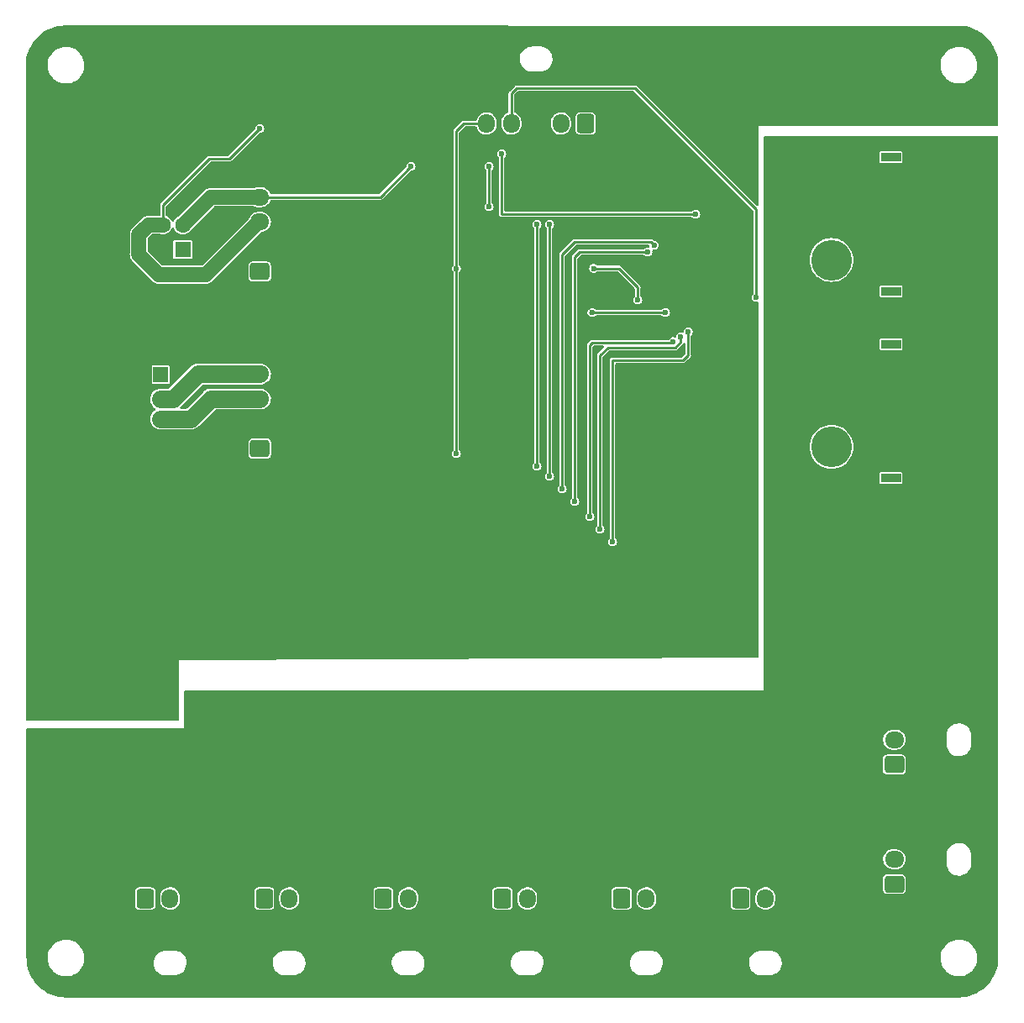
<source format=gbl>
%TF.GenerationSoftware,KiCad,Pcbnew,7.0.7*%
%TF.CreationDate,2024-01-23T17:49:00+09:00*%
%TF.ProjectId,ALTAIR_SERVO_MODULE_V1,414c5441-4952-45f5-9345-52564f5f4d4f,rev?*%
%TF.SameCoordinates,Original*%
%TF.FileFunction,Copper,L2,Bot*%
%TF.FilePolarity,Positive*%
%FSLAX46Y46*%
G04 Gerber Fmt 4.6, Leading zero omitted, Abs format (unit mm)*
G04 Created by KiCad (PCBNEW 7.0.7) date 2024-01-23 17:49:00*
%MOMM*%
%LPD*%
G01*
G04 APERTURE LIST*
G04 Aperture macros list*
%AMRoundRect*
0 Rectangle with rounded corners*
0 $1 Rounding radius*
0 $2 $3 $4 $5 $6 $7 $8 $9 X,Y pos of 4 corners*
0 Add a 4 corners polygon primitive as box body*
4,1,4,$2,$3,$4,$5,$6,$7,$8,$9,$2,$3,0*
0 Add four circle primitives for the rounded corners*
1,1,$1+$1,$2,$3*
1,1,$1+$1,$4,$5*
1,1,$1+$1,$6,$7*
1,1,$1+$1,$8,$9*
0 Add four rect primitives between the rounded corners*
20,1,$1+$1,$2,$3,$4,$5,0*
20,1,$1+$1,$4,$5,$6,$7,0*
20,1,$1+$1,$6,$7,$8,$9,0*
20,1,$1+$1,$8,$9,$2,$3,0*%
G04 Aperture macros list end*
%TA.AperFunction,ComponentPad*%
%ADD10RoundRect,0.250000X-0.600000X-0.725000X0.600000X-0.725000X0.600000X0.725000X-0.600000X0.725000X0*%
%TD*%
%TA.AperFunction,ComponentPad*%
%ADD11O,1.700000X1.950000*%
%TD*%
%TA.AperFunction,ComponentPad*%
%ADD12R,1.500000X1.600000*%
%TD*%
%TA.AperFunction,ComponentPad*%
%ADD13C,1.600000*%
%TD*%
%TA.AperFunction,ComponentPad*%
%ADD14C,3.000000*%
%TD*%
%TA.AperFunction,ComponentPad*%
%ADD15RoundRect,0.250000X0.725000X-0.600000X0.725000X0.600000X-0.725000X0.600000X-0.725000X-0.600000X0*%
%TD*%
%TA.AperFunction,ComponentPad*%
%ADD16O,1.950000X1.700000*%
%TD*%
%TA.AperFunction,ComponentPad*%
%ADD17R,2.000000X0.900000*%
%TD*%
%TA.AperFunction,ComponentPad*%
%ADD18RoundRect,1.025000X-1.025000X1.025000X-1.025000X-1.025000X1.025000X-1.025000X1.025000X1.025000X0*%
%TD*%
%TA.AperFunction,ComponentPad*%
%ADD19C,4.100000*%
%TD*%
%TA.AperFunction,ComponentPad*%
%ADD20R,1.600000X1.600000*%
%TD*%
%TA.AperFunction,ComponentPad*%
%ADD21C,4.000000*%
%TD*%
%TA.AperFunction,ComponentPad*%
%ADD22RoundRect,0.250000X0.600000X0.725000X-0.600000X0.725000X-0.600000X-0.725000X0.600000X-0.725000X0*%
%TD*%
%TA.AperFunction,ViaPad*%
%ADD23C,0.600000*%
%TD*%
%TA.AperFunction,Conductor*%
%ADD24C,0.250000*%
%TD*%
%TA.AperFunction,Conductor*%
%ADD25C,1.500000*%
%TD*%
%TA.AperFunction,Conductor*%
%ADD26C,1.800000*%
%TD*%
G04 APERTURE END LIST*
D10*
%TO.P,J1,1,Pin_1*%
%TO.N,s1*%
X118000000Y-134000000D03*
D11*
%TO.P,J1,2,Pin_2*%
%TO.N,VCC*%
X120500000Y-134000000D03*
%TO.P,J1,3,Pin_3*%
%TO.N,GND1*%
X123000000Y-134000000D03*
%TD*%
D12*
%TO.P,J11,1,VBUS*%
%TO.N,+5V*%
X119550000Y-81175000D03*
D13*
%TO.P,J11,2,D-*%
%TO.N,A10*%
X119550000Y-83675000D03*
%TO.P,J11,3,D+*%
%TO.N,A9*%
X119550000Y-85675000D03*
%TO.P,J11,4,GND*%
%TO.N,GND*%
X119550000Y-88175000D03*
D14*
%TO.P,J11,5,Shield*%
X116840000Y-78105000D03*
X116840000Y-91245000D03*
%TD*%
D15*
%TO.P,J14,1,Pin_1*%
%TO.N,+5V*%
X129540000Y-70805000D03*
D16*
%TO.P,J14,2,Pin_2*%
%TO.N,GND*%
X129540000Y-68305000D03*
%TO.P,J14,3,Pin_3*%
%TO.N,C11*%
X129540000Y-65805000D03*
%TO.P,J14,4,Pin_4*%
%TO.N,C10*%
X129540000Y-63305000D03*
%TD*%
D10*
%TO.P,J5,1,Pin_1*%
%TO.N,s5*%
X166000000Y-134000000D03*
D11*
%TO.P,J5,2,Pin_2*%
%TO.N,VCC*%
X168500000Y-134000000D03*
%TO.P,J5,3,Pin_3*%
%TO.N,GND1*%
X171000000Y-134000000D03*
%TD*%
D15*
%TO.P,J8,1,Pin_1*%
%TO.N,s8*%
X193500000Y-120500000D03*
D16*
%TO.P,J8,2,Pin_2*%
%TO.N,VCC*%
X193500000Y-118000000D03*
%TO.P,J8,3,Pin_3*%
%TO.N,GND1*%
X193500000Y-115500000D03*
%TD*%
D17*
%TO.P,J15,*%
%TO.N,*%
X193160000Y-78130000D03*
X193160000Y-91630000D03*
D18*
%TO.P,J15,1,Pin_1*%
%TO.N,GND1*%
X187160000Y-81280000D03*
D19*
%TO.P,J15,2,Pin_2*%
%TO.N,VCC*%
X187160000Y-88480000D03*
%TD*%
D20*
%TO.P,J12,1,VBUS*%
%TO.N,+5V*%
X121787500Y-68595000D03*
D13*
%TO.P,J12,2,D-*%
%TO.N,C10*%
X121787500Y-66095000D03*
%TO.P,J12,3,D+*%
%TO.N,C11*%
X119787500Y-66095000D03*
%TO.P,J12,4,GND*%
%TO.N,GND*%
X119787500Y-68595000D03*
D21*
%TO.P,J12,5,Shield*%
X116927500Y-73345000D03*
X116927500Y-61345000D03*
%TD*%
D10*
%TO.P,J6,1,Pin_1*%
%TO.N,s6*%
X178000000Y-134000000D03*
D11*
%TO.P,J6,2,Pin_2*%
%TO.N,VCC*%
X180500000Y-134000000D03*
%TO.P,J6,3,Pin_3*%
%TO.N,GND1*%
X183000000Y-134000000D03*
%TD*%
D17*
%TO.P,J9,*%
%TO.N,*%
X193160000Y-59290000D03*
X193160000Y-72790000D03*
D18*
%TO.P,J9,1,Pin_1*%
%TO.N,GND1*%
X187160000Y-62440000D03*
D19*
%TO.P,J9,2,Pin_2*%
%TO.N,VCC*%
X187160000Y-69640000D03*
%TD*%
D22*
%TO.P,J10,1,Pin_1*%
%TO.N,+3.3V*%
X162400000Y-55880000D03*
D11*
%TO.P,J10,2,Pin_2*%
%TO.N,swclk*%
X159900000Y-55880000D03*
%TO.P,J10,3,Pin_3*%
%TO.N,GND*%
X157400000Y-55880000D03*
%TO.P,J10,4,Pin_4*%
%TO.N,swdio*%
X154900000Y-55880000D03*
%TO.P,J10,5,Pin_5*%
%TO.N,nrst*%
X152400000Y-55880000D03*
%TD*%
D15*
%TO.P,J13,1,Pin_1*%
%TO.N,+5V*%
X129540000Y-88645000D03*
D16*
%TO.P,J13,2,Pin_2*%
%TO.N,GND*%
X129540000Y-86145000D03*
%TO.P,J13,3,Pin_3*%
%TO.N,A9*%
X129540000Y-83645000D03*
%TO.P,J13,4,Pin_4*%
%TO.N,A10*%
X129540000Y-81145000D03*
%TD*%
D10*
%TO.P,J3,1,Pin_1*%
%TO.N,s3*%
X142000000Y-134000000D03*
D11*
%TO.P,J3,2,Pin_2*%
%TO.N,VCC*%
X144500000Y-134000000D03*
%TO.P,J3,3,Pin_3*%
%TO.N,GND1*%
X147000000Y-134000000D03*
%TD*%
D10*
%TO.P,J4,1,Pin_1*%
%TO.N,s4*%
X154000000Y-134000000D03*
D11*
%TO.P,J4,2,Pin_2*%
%TO.N,VCC*%
X156500000Y-134000000D03*
%TO.P,J4,3,Pin_3*%
%TO.N,GND1*%
X159000000Y-134000000D03*
%TD*%
D10*
%TO.P,J2,1,Pin_1*%
%TO.N,s2*%
X130000000Y-134000000D03*
D11*
%TO.P,J2,2,Pin_2*%
%TO.N,VCC*%
X132500000Y-134000000D03*
%TO.P,J2,3,Pin_3*%
%TO.N,GND1*%
X135000000Y-134000000D03*
%TD*%
D15*
%TO.P,J7,1,Pin_1*%
%TO.N,s7*%
X193500000Y-132550000D03*
D16*
%TO.P,J7,2,Pin_2*%
%TO.N,VCC*%
X193500000Y-130050000D03*
%TO.P,J7,3,Pin_3*%
%TO.N,GND1*%
X193500000Y-127550000D03*
%TD*%
D23*
%TO.N,GND*%
X114300000Y-58420000D03*
X182880000Y-48260000D03*
X177800000Y-88900000D03*
X175260000Y-96520000D03*
X139700000Y-86360000D03*
X142240000Y-50800000D03*
X170180000Y-86360000D03*
X109220000Y-96520000D03*
X109220000Y-106680000D03*
X185420000Y-50800000D03*
X177800000Y-53340000D03*
X119380000Y-106680000D03*
X185420000Y-55880000D03*
X152400000Y-104140000D03*
X121920000Y-50800000D03*
X165100000Y-101600000D03*
X193040000Y-48260000D03*
X190500000Y-55880000D03*
X142240000Y-55880000D03*
X180340000Y-55880000D03*
X167640000Y-58420000D03*
X170180000Y-60960000D03*
X157480000Y-104140000D03*
X129540000Y-53340000D03*
X121920000Y-109220000D03*
X147320000Y-99060000D03*
X142240000Y-99060000D03*
X119380000Y-101600000D03*
X116840000Y-93980000D03*
X175260000Y-91440000D03*
X129540000Y-106680000D03*
X167640000Y-99060000D03*
X167640000Y-93980000D03*
X121920000Y-104140000D03*
X129540000Y-101600000D03*
X129540000Y-96520000D03*
X180340000Y-50800000D03*
X172720000Y-88900000D03*
X124460000Y-96520000D03*
X124460000Y-48260000D03*
X190500000Y-50800000D03*
X114300000Y-53340000D03*
X134620000Y-53340000D03*
X134620000Y-106680000D03*
X116840000Y-55880000D03*
X167640000Y-63500000D03*
X175260000Y-50800000D03*
X193040000Y-53340000D03*
X139700000Y-106680000D03*
X139700000Y-101600000D03*
X114300000Y-106680000D03*
X172720000Y-99060000D03*
X144780000Y-81280000D03*
X109220000Y-58420000D03*
X114300000Y-48260000D03*
X109220000Y-101600000D03*
X134620000Y-101600000D03*
X144780000Y-53340000D03*
X132080000Y-104140000D03*
X172720000Y-48260000D03*
X116840000Y-109220000D03*
X172720000Y-104140000D03*
X172720000Y-93980000D03*
X160020000Y-106680000D03*
X170180000Y-101600000D03*
X116840000Y-104140000D03*
X142240000Y-88900000D03*
X142240000Y-104140000D03*
X152400000Y-99060000D03*
X127000000Y-104140000D03*
X137160000Y-83820000D03*
X111760000Y-93980000D03*
X170180000Y-50800000D03*
X139700000Y-48260000D03*
X157480000Y-99060000D03*
X124460000Y-53340000D03*
X144780000Y-48260000D03*
X165100000Y-60960000D03*
X137160000Y-50800000D03*
X154940000Y-106680000D03*
X175260000Y-55880000D03*
X111760000Y-104140000D03*
X167640000Y-88900000D03*
X111760000Y-99060000D03*
X119380000Y-111760000D03*
X124460000Y-101600000D03*
X147320000Y-55880000D03*
X127000000Y-50800000D03*
X129540000Y-48260000D03*
X116840000Y-50800000D03*
X114300000Y-96520000D03*
X167640000Y-48260000D03*
X170180000Y-96520000D03*
X187960000Y-48260000D03*
X187960000Y-53340000D03*
X175260000Y-101600000D03*
X172720000Y-83820000D03*
X137160000Y-88900000D03*
X119380000Y-48260000D03*
X177800000Y-99060000D03*
X119380000Y-53340000D03*
X157480000Y-63500000D03*
X177800000Y-93980000D03*
X127000000Y-55880000D03*
X139700000Y-81280000D03*
X154940000Y-101600000D03*
X144780000Y-106680000D03*
X132080000Y-50800000D03*
X106680000Y-55880000D03*
X127000000Y-93980000D03*
X170180000Y-91440000D03*
X132080000Y-99060000D03*
X165100000Y-106680000D03*
X111760000Y-55880000D03*
X142240000Y-83820000D03*
X144780000Y-101600000D03*
X121920000Y-99060000D03*
X160020000Y-60960000D03*
X182880000Y-53340000D03*
X147320000Y-50800000D03*
X134620000Y-48260000D03*
X172720000Y-53340000D03*
X134620000Y-86360000D03*
X119380000Y-58420000D03*
X177800000Y-48260000D03*
X134620000Y-81280000D03*
X144780000Y-86360000D03*
X139700000Y-53340000D03*
X134620000Y-91440000D03*
X160020000Y-101600000D03*
X127000000Y-99060000D03*
X162560000Y-63500000D03*
X114300000Y-111760000D03*
X132080000Y-93980000D03*
X167640000Y-104140000D03*
X147320000Y-104140000D03*
X121920000Y-55880000D03*
X167640000Y-83820000D03*
%TO.N,nrst*%
X163195000Y-70485000D03*
X149352000Y-89156000D03*
X167640000Y-73660000D03*
X149352000Y-70485000D03*
%TO.N,GND1*%
X185420000Y-116840000D03*
X114300000Y-121920000D03*
X175260000Y-121920000D03*
X170180000Y-132080000D03*
X193040000Y-93980000D03*
X180340000Y-132080000D03*
X185420000Y-101600000D03*
X152400000Y-124460000D03*
X134620000Y-127000000D03*
X193040000Y-109220000D03*
X190500000Y-101600000D03*
X106680000Y-129540000D03*
X111760000Y-134620000D03*
X185420000Y-127000000D03*
X182880000Y-73660000D03*
X132080000Y-129540000D03*
X182880000Y-83820000D03*
X132080000Y-124460000D03*
X109220000Y-127000000D03*
X182880000Y-129540000D03*
X116840000Y-129540000D03*
X190500000Y-127000000D03*
X182880000Y-104140000D03*
X187960000Y-109220000D03*
X154940000Y-132080000D03*
X160020000Y-127000000D03*
X127000000Y-129540000D03*
X167640000Y-129540000D03*
X190500000Y-96520000D03*
X182880000Y-109220000D03*
X185420000Y-96520000D03*
X157480000Y-124460000D03*
X139700000Y-127000000D03*
X177800000Y-124460000D03*
X119380000Y-127000000D03*
X170180000Y-127000000D03*
X154940000Y-121920000D03*
X139700000Y-121920000D03*
X119380000Y-132080000D03*
X144780000Y-132080000D03*
X157480000Y-129540000D03*
X180340000Y-116840000D03*
X170180000Y-121920000D03*
X162560000Y-129540000D03*
X182880000Y-88900000D03*
X182880000Y-78740000D03*
X187960000Y-124460000D03*
X116840000Y-124460000D03*
X111760000Y-129540000D03*
X106680000Y-124460000D03*
X152400000Y-129540000D03*
X137160000Y-124460000D03*
X127000000Y-124460000D03*
X185420000Y-106680000D03*
X177800000Y-129540000D03*
X182880000Y-93980000D03*
X172720000Y-124460000D03*
X121920000Y-129540000D03*
X134620000Y-121920000D03*
X144780000Y-127000000D03*
X144780000Y-121920000D03*
X182880000Y-119380000D03*
X187960000Y-99060000D03*
X114300000Y-132080000D03*
X124460000Y-127000000D03*
X149860000Y-121920000D03*
X187960000Y-129540000D03*
X134620000Y-132080000D03*
X172720000Y-129540000D03*
X124460000Y-121920000D03*
X121920000Y-124460000D03*
X182880000Y-99060000D03*
X142240000Y-124460000D03*
X187960000Y-104140000D03*
X111760000Y-124460000D03*
X109220000Y-121920000D03*
X185420000Y-121920000D03*
X167640000Y-124460000D03*
X149860000Y-127000000D03*
X177800000Y-119380000D03*
X182880000Y-68580000D03*
X187960000Y-119380000D03*
X182880000Y-58420000D03*
X165100000Y-121920000D03*
X165100000Y-127000000D03*
X137160000Y-129540000D03*
X114300000Y-127000000D03*
X154940000Y-127000000D03*
X190500000Y-116840000D03*
X187960000Y-93980000D03*
X142240000Y-129540000D03*
X190500000Y-106680000D03*
X180340000Y-121920000D03*
X182880000Y-63500000D03*
X182880000Y-124460000D03*
X109220000Y-132080000D03*
%TO.N,swdio*%
X179578000Y-73406000D03*
%TO.N,B6*%
X157480000Y-90424000D03*
X157480000Y-66040000D03*
%TO.N,B7*%
X158750000Y-66040000D03*
X158750000Y-91440000D03*
%TO.N,B8*%
X169277638Y-68147356D03*
X160020000Y-92710000D03*
%TO.N,B9*%
X161290000Y-93980000D03*
X168656000Y-68834000D03*
%TO.N,C6*%
X162814000Y-95504000D03*
X171196000Y-77873100D03*
%TO.N,C7*%
X171958000Y-77373100D03*
X163830000Y-96774000D03*
%TO.N,C8*%
X165100000Y-98044000D03*
X172720000Y-76873100D03*
%TO.N,C10*%
X152654000Y-60198000D03*
X144780000Y-60198000D03*
X152654000Y-64262000D03*
%TO.N,C11*%
X173482000Y-65024000D03*
X129540000Y-56388000D03*
X153924000Y-58928000D03*
%TO.N,A10*%
X163068000Y-74930000D03*
X170434000Y-74930000D03*
%TD*%
D24*
%TO.N,nrst*%
X150114000Y-55880000D02*
X149352000Y-56642000D01*
X149352000Y-70485000D02*
X149352000Y-89156000D01*
X167640000Y-72390000D02*
X165735000Y-70485000D01*
X152400000Y-55880000D02*
X150114000Y-55880000D01*
X165735000Y-70485000D02*
X163195000Y-70485000D01*
X167640000Y-73660000D02*
X167640000Y-72390000D01*
X149352000Y-56642000D02*
X149352000Y-70485000D01*
%TO.N,swdio*%
X154900000Y-55880000D02*
X154900000Y-52872000D01*
X155448000Y-52324000D02*
X167386000Y-52324000D01*
X154900000Y-52872000D02*
X155448000Y-52324000D01*
X167386000Y-52324000D02*
X179578000Y-64516000D01*
X179578000Y-64516000D02*
X179578000Y-73406000D01*
%TO.N,B6*%
X157480000Y-90424000D02*
X157480000Y-66040000D01*
%TO.N,B7*%
X158750000Y-66040000D02*
X158750000Y-91440000D01*
%TO.N,B8*%
X169277638Y-68147356D02*
X168948282Y-67818000D01*
X168948282Y-67818000D02*
X161290000Y-67818000D01*
X160020000Y-69088000D02*
X160020000Y-92710000D01*
X161290000Y-67818000D02*
X160020000Y-69088000D01*
%TO.N,B9*%
X161290000Y-93980000D02*
X161290000Y-69342000D01*
X161290000Y-69342000D02*
X161798000Y-68834000D01*
X161798000Y-68834000D02*
X168656000Y-68834000D01*
%TO.N,C6*%
X163068000Y-77978000D02*
X162814000Y-78232000D01*
X171091100Y-77978000D02*
X163068000Y-77978000D01*
X171196000Y-77873100D02*
X171091100Y-77978000D01*
X162814000Y-78232000D02*
X162814000Y-95504000D01*
%TO.N,C7*%
X163830000Y-79248000D02*
X163830000Y-96774000D01*
X164627500Y-78450500D02*
X163830000Y-79248000D01*
X171435167Y-78450500D02*
X164627500Y-78450500D01*
X171958000Y-77373100D02*
X171958000Y-77927667D01*
X171958000Y-77927667D02*
X171435167Y-78450500D01*
%TO.N,C8*%
X165100000Y-79756000D02*
X172212000Y-79756000D01*
X165100000Y-85090000D02*
X165100000Y-79756000D01*
X172466000Y-79502000D02*
X172720000Y-79248000D01*
X172720000Y-79248000D02*
X172720000Y-76873100D01*
X165100000Y-98044000D02*
X165100000Y-85090000D01*
X172212000Y-79756000D02*
X172466000Y-79502000D01*
%TO.N,C10*%
X152654000Y-60198000D02*
X152654000Y-64262000D01*
X141673000Y-63305000D02*
X129540000Y-63305000D01*
X144780000Y-60198000D02*
X141673000Y-63305000D01*
D25*
X121787500Y-66095000D02*
X124577500Y-63305000D01*
X124577500Y-63305000D02*
X129540000Y-63305000D01*
%TO.N,C11*%
X117348000Y-69088000D02*
X119380000Y-71120000D01*
D24*
X126492000Y-59436000D02*
X124437250Y-59436000D01*
D25*
X117348000Y-67056000D02*
X117348000Y-69088000D01*
X129436732Y-65805000D02*
X129540000Y-65805000D01*
X124121732Y-71120000D02*
X129436732Y-65805000D01*
D24*
X153924000Y-58928000D02*
X153924000Y-65024000D01*
D25*
X119787500Y-66095000D02*
X118309000Y-66095000D01*
X118309000Y-66095000D02*
X117348000Y-67056000D01*
D24*
X153924000Y-65024000D02*
X173482000Y-65024000D01*
X129540000Y-56388000D02*
X126492000Y-59436000D01*
D25*
X119380000Y-71120000D02*
X124121732Y-71120000D01*
D24*
X124437250Y-59436000D02*
X119787500Y-64085750D01*
X119787500Y-64085750D02*
X119787500Y-66095000D01*
D26*
%TO.N,A9*%
X122605000Y-85675000D02*
X119550000Y-85675000D01*
X124635000Y-83645000D02*
X122605000Y-85675000D01*
X129540000Y-83645000D02*
X124635000Y-83645000D01*
%TO.N,A10*%
X119550000Y-83675000D02*
X120795000Y-83675000D01*
X123325000Y-81145000D02*
X129540000Y-81145000D01*
D24*
X162814000Y-74930000D02*
X163068000Y-74930000D01*
D26*
X120795000Y-83675000D02*
X123325000Y-81145000D01*
D24*
X170434000Y-74930000D02*
X163068000Y-74930000D01*
%TD*%
%TA.AperFunction,Conductor*%
%TO.N,GND*%
G36*
X199971603Y-46025491D02*
G01*
X199971657Y-46025500D01*
X199991715Y-46025500D01*
X199998560Y-46025500D01*
X200001424Y-46025566D01*
X200363859Y-46042323D01*
X200369551Y-46042849D01*
X200727480Y-46092778D01*
X200733099Y-46093828D01*
X201084891Y-46176569D01*
X201090383Y-46178132D01*
X201368362Y-46271301D01*
X201433040Y-46292979D01*
X201438357Y-46295038D01*
X201768978Y-46441021D01*
X201774078Y-46443560D01*
X201838559Y-46479476D01*
X202089795Y-46619414D01*
X202094667Y-46622430D01*
X202392803Y-46826659D01*
X202397375Y-46830112D01*
X202675402Y-47060982D01*
X202679636Y-47064842D01*
X202935157Y-47320363D01*
X202939017Y-47324597D01*
X203169887Y-47602624D01*
X203173340Y-47607196D01*
X203377569Y-47905332D01*
X203380585Y-47910204D01*
X203502733Y-48129500D01*
X203544511Y-48204507D01*
X203556433Y-48225910D01*
X203558982Y-48231029D01*
X203704956Y-48561630D01*
X203707020Y-48566959D01*
X203821865Y-48909609D01*
X203823433Y-48915120D01*
X203906169Y-49266892D01*
X203907222Y-49272524D01*
X203957148Y-49630435D01*
X203957676Y-49636140D01*
X203974433Y-49998574D01*
X203974499Y-50001438D01*
X203974500Y-56010000D01*
X203954815Y-56077039D01*
X203902011Y-56122794D01*
X203850500Y-56134000D01*
X179832000Y-56134000D01*
X179832000Y-64077627D01*
X179812315Y-64144666D01*
X179759511Y-64190421D01*
X179690353Y-64200365D01*
X179626797Y-64171340D01*
X179620319Y-64165308D01*
X167623831Y-52168821D01*
X167618187Y-52162335D01*
X167611610Y-52153626D01*
X167579018Y-52123914D01*
X167576946Y-52121936D01*
X167564293Y-52109283D01*
X167562512Y-52108063D01*
X167555777Y-52102727D01*
X167534830Y-52083632D01*
X167529862Y-52081707D01*
X167504588Y-52068385D01*
X167500194Y-52065375D01*
X167500193Y-52065374D01*
X167500192Y-52065374D01*
X167472591Y-52058881D01*
X167464383Y-52056339D01*
X167437950Y-52046100D01*
X167437949Y-52046100D01*
X167432626Y-52046100D01*
X167404236Y-52042806D01*
X167399057Y-52041588D01*
X167370975Y-52045505D01*
X167362402Y-52046100D01*
X155506443Y-52046100D01*
X155497867Y-52045505D01*
X155487059Y-52043997D01*
X155442994Y-52046034D01*
X155440131Y-52046100D01*
X155422237Y-52046100D01*
X155420118Y-52046496D01*
X155411595Y-52047484D01*
X155383277Y-52048794D01*
X155383272Y-52048795D01*
X155378396Y-52050948D01*
X155351110Y-52059397D01*
X155345874Y-52060376D01*
X155345870Y-52060377D01*
X155321768Y-52075300D01*
X155314168Y-52079306D01*
X155288229Y-52090761D01*
X155288227Y-52090762D01*
X155284463Y-52094527D01*
X155262066Y-52112267D01*
X155257536Y-52115071D01*
X155240445Y-52137702D01*
X155234804Y-52144185D01*
X154744821Y-52634168D01*
X154738341Y-52639807D01*
X154729628Y-52646387D01*
X154699904Y-52678991D01*
X154697930Y-52681058D01*
X154685282Y-52693708D01*
X154685279Y-52693710D01*
X154684055Y-52695498D01*
X154678729Y-52702219D01*
X154659631Y-52723170D01*
X154657705Y-52728142D01*
X154644391Y-52753402D01*
X154641376Y-52757804D01*
X154641374Y-52757808D01*
X154634882Y-52785406D01*
X154632341Y-52793613D01*
X154622100Y-52820050D01*
X154622100Y-52825372D01*
X154618807Y-52853757D01*
X154617588Y-52858937D01*
X154617588Y-52858943D01*
X154621505Y-52887021D01*
X154622100Y-52895597D01*
X154622100Y-54702143D01*
X154602415Y-54769182D01*
X154549611Y-54814937D01*
X154541167Y-54818424D01*
X154456052Y-54849947D01*
X154456051Y-54849948D01*
X154282948Y-54957844D01*
X154135119Y-55098366D01*
X154135118Y-55098368D01*
X154018595Y-55265781D01*
X153938159Y-55453219D01*
X153897100Y-55653014D01*
X153897100Y-56055862D01*
X153912562Y-56207924D01*
X153973620Y-56402530D01*
X153973623Y-56402536D01*
X153973624Y-56402539D01*
X154060799Y-56559597D01*
X154072612Y-56580880D01*
X154072612Y-56580881D01*
X154205469Y-56735640D01*
X154205472Y-56735643D01*
X154366766Y-56860495D01*
X154549891Y-56950322D01*
X154747350Y-57001447D01*
X154951058Y-57011778D01*
X155152676Y-56980891D01*
X155343949Y-56910052D01*
X155517047Y-56802159D01*
X155664883Y-56661630D01*
X155781404Y-56494219D01*
X155861841Y-56306780D01*
X155902900Y-56106985D01*
X155902900Y-56055862D01*
X158897100Y-56055862D01*
X158912562Y-56207924D01*
X158973620Y-56402530D01*
X158973623Y-56402536D01*
X158973624Y-56402539D01*
X159060799Y-56559597D01*
X159072612Y-56580880D01*
X159072612Y-56580881D01*
X159205469Y-56735640D01*
X159205472Y-56735643D01*
X159366766Y-56860495D01*
X159549891Y-56950322D01*
X159747350Y-57001447D01*
X159951058Y-57011778D01*
X160152676Y-56980891D01*
X160343949Y-56910052D01*
X160517047Y-56802159D01*
X160664883Y-56661630D01*
X160682226Y-56636713D01*
X161397100Y-56636713D01*
X161412041Y-56731050D01*
X161412042Y-56731053D01*
X161412043Y-56731055D01*
X161468012Y-56840900D01*
X161469985Y-56844772D01*
X161469988Y-56844776D01*
X161560223Y-56935011D01*
X161560227Y-56935014D01*
X161560229Y-56935016D01*
X161673945Y-56992957D01*
X161673947Y-56992957D01*
X161673949Y-56992958D01*
X161768287Y-57007900D01*
X161768292Y-57007900D01*
X163031713Y-57007900D01*
X163126050Y-56992958D01*
X163126050Y-56992957D01*
X163126055Y-56992957D01*
X163239771Y-56935016D01*
X163330016Y-56844771D01*
X163387957Y-56731055D01*
X163389583Y-56720790D01*
X163402900Y-56636713D01*
X163402900Y-55123286D01*
X163387958Y-55028949D01*
X163387957Y-55028947D01*
X163387957Y-55028945D01*
X163330016Y-54915229D01*
X163330014Y-54915227D01*
X163330011Y-54915223D01*
X163239776Y-54824988D01*
X163239772Y-54824985D01*
X163239771Y-54824984D01*
X163126055Y-54767043D01*
X163126053Y-54767042D01*
X163126050Y-54767041D01*
X163031713Y-54752100D01*
X163031708Y-54752100D01*
X161768292Y-54752100D01*
X161768287Y-54752100D01*
X161673949Y-54767041D01*
X161560227Y-54824985D01*
X161560223Y-54824988D01*
X161469988Y-54915223D01*
X161469985Y-54915227D01*
X161412041Y-55028949D01*
X161397100Y-55123286D01*
X161397100Y-56636713D01*
X160682226Y-56636713D01*
X160781404Y-56494219D01*
X160861841Y-56306780D01*
X160902900Y-56106985D01*
X160902900Y-55704139D01*
X160899538Y-55671072D01*
X160887437Y-55552075D01*
X160826379Y-55357469D01*
X160826377Y-55357466D01*
X160826376Y-55357461D01*
X160727389Y-55179121D01*
X160727387Y-55179118D01*
X160594530Y-55024359D01*
X160594529Y-55024358D01*
X160594528Y-55024357D01*
X160433234Y-54899505D01*
X160250109Y-54809678D01*
X160052650Y-54758553D01*
X160052652Y-54758553D01*
X159916844Y-54751665D01*
X159848942Y-54748222D01*
X159848941Y-54748222D01*
X159848939Y-54748222D01*
X159647328Y-54779108D01*
X159647322Y-54779109D01*
X159456058Y-54849945D01*
X159456051Y-54849948D01*
X159282948Y-54957844D01*
X159135119Y-55098366D01*
X159135118Y-55098368D01*
X159018595Y-55265781D01*
X158938159Y-55453219D01*
X158897100Y-55653014D01*
X158897100Y-56055862D01*
X155902900Y-56055862D01*
X155902900Y-55704139D01*
X155899538Y-55671072D01*
X155887437Y-55552075D01*
X155826379Y-55357469D01*
X155826377Y-55357466D01*
X155826376Y-55357461D01*
X155727389Y-55179121D01*
X155727387Y-55179118D01*
X155594530Y-55024359D01*
X155594529Y-55024358D01*
X155594528Y-55024357D01*
X155433234Y-54899505D01*
X155250109Y-54809678D01*
X155250107Y-54809677D01*
X155247291Y-54808296D01*
X155195772Y-54761099D01*
X155177900Y-54696968D01*
X155177900Y-53038471D01*
X155197585Y-52971432D01*
X155214219Y-52950790D01*
X155526791Y-52638219D01*
X155588114Y-52604734D01*
X155614472Y-52601900D01*
X167219529Y-52601900D01*
X167286568Y-52621585D01*
X167307210Y-52638218D01*
X179263782Y-64594791D01*
X179297266Y-64656112D01*
X179300100Y-64682470D01*
X179300100Y-72988866D01*
X179280415Y-73055905D01*
X179269814Y-73070068D01*
X179193079Y-73158626D01*
X179193078Y-73158627D01*
X179138976Y-73277091D01*
X179120443Y-73406000D01*
X179138976Y-73534908D01*
X179193078Y-73653372D01*
X179193079Y-73653374D01*
X179278364Y-73751799D01*
X179278366Y-73751800D01*
X179278366Y-73751801D01*
X179322187Y-73779962D01*
X179387924Y-73822208D01*
X179489765Y-73852112D01*
X179512882Y-73858900D01*
X179512883Y-73858900D01*
X179643118Y-73858900D01*
X179661664Y-73853453D01*
X179673062Y-73850106D01*
X179742932Y-73850105D01*
X179801711Y-73887878D01*
X179830737Y-73951433D01*
X179832000Y-73969083D01*
X179832000Y-109604537D01*
X179812315Y-109671576D01*
X179759511Y-109717331D01*
X179708539Y-109728536D01*
X121412000Y-109982000D01*
X121412000Y-115954000D01*
X121392315Y-116021039D01*
X121339511Y-116066794D01*
X121288000Y-116078000D01*
X106127582Y-116078000D01*
X106060543Y-116058315D01*
X106014788Y-116005511D01*
X106003582Y-115954115D01*
X105984943Y-95504000D01*
X162356443Y-95504000D01*
X162374976Y-95632908D01*
X162429078Y-95751372D01*
X162429079Y-95751374D01*
X162514364Y-95849799D01*
X162514366Y-95849800D01*
X162514366Y-95849801D01*
X162558187Y-95877962D01*
X162623924Y-95920208D01*
X162725765Y-95950112D01*
X162748882Y-95956900D01*
X162748883Y-95956900D01*
X162879118Y-95956900D01*
X162898625Y-95951171D01*
X163004076Y-95920208D01*
X163113636Y-95849799D01*
X163198921Y-95751374D01*
X163253023Y-95632909D01*
X163271557Y-95504000D01*
X163253023Y-95375091D01*
X163198921Y-95256626D01*
X163122186Y-95168068D01*
X163093162Y-95104512D01*
X163091900Y-95086866D01*
X163091900Y-78398472D01*
X163111585Y-78331433D01*
X163128221Y-78310788D01*
X163146794Y-78292216D01*
X163208118Y-78258733D01*
X163234473Y-78255900D01*
X164129727Y-78255900D01*
X164196766Y-78275585D01*
X164242521Y-78328389D01*
X164252465Y-78397547D01*
X164223440Y-78461103D01*
X164217408Y-78467581D01*
X163674821Y-79010168D01*
X163668341Y-79015807D01*
X163659628Y-79022387D01*
X163629904Y-79054991D01*
X163627930Y-79057058D01*
X163615282Y-79069708D01*
X163615279Y-79069710D01*
X163614055Y-79071498D01*
X163608729Y-79078219D01*
X163589631Y-79099170D01*
X163587705Y-79104142D01*
X163574391Y-79129402D01*
X163571376Y-79133804D01*
X163571374Y-79133808D01*
X163564882Y-79161406D01*
X163562341Y-79169613D01*
X163552100Y-79196050D01*
X163552100Y-79201372D01*
X163548807Y-79229757D01*
X163547588Y-79234937D01*
X163547588Y-79234943D01*
X163551505Y-79263021D01*
X163552100Y-79271597D01*
X163552100Y-96356866D01*
X163532415Y-96423905D01*
X163521814Y-96438068D01*
X163445079Y-96526626D01*
X163445078Y-96526627D01*
X163390976Y-96645091D01*
X163372443Y-96774000D01*
X163390976Y-96902908D01*
X163406184Y-96936208D01*
X163445079Y-97021374D01*
X163530364Y-97119799D01*
X163530366Y-97119800D01*
X163530366Y-97119801D01*
X163574187Y-97147962D01*
X163639924Y-97190208D01*
X163741765Y-97220112D01*
X163764882Y-97226900D01*
X163764883Y-97226900D01*
X163895118Y-97226900D01*
X163914625Y-97221171D01*
X164020076Y-97190208D01*
X164129636Y-97119799D01*
X164214921Y-97021374D01*
X164269023Y-96902909D01*
X164287557Y-96774000D01*
X164269023Y-96645091D01*
X164214921Y-96526626D01*
X164138185Y-96438067D01*
X164109161Y-96374513D01*
X164107899Y-96356866D01*
X164107899Y-87908624D01*
X164107899Y-79414467D01*
X164127584Y-79347432D01*
X164144213Y-79326795D01*
X164706290Y-78764719D01*
X164767614Y-78731234D01*
X164793972Y-78728400D01*
X171376724Y-78728400D01*
X171385300Y-78728995D01*
X171396103Y-78730501D01*
X171396108Y-78730503D01*
X171435559Y-78728679D01*
X171440173Y-78728466D01*
X171443036Y-78728400D01*
X171460912Y-78728400D01*
X171460920Y-78728400D01*
X171463031Y-78728005D01*
X171471556Y-78727014D01*
X171499894Y-78725705D01*
X171504754Y-78723558D01*
X171532070Y-78715099D01*
X171537295Y-78714123D01*
X171561403Y-78699194D01*
X171568995Y-78695192D01*
X171594938Y-78683738D01*
X171598699Y-78679976D01*
X171621098Y-78662233D01*
X171625630Y-78659428D01*
X171642723Y-78636791D01*
X171648346Y-78630328D01*
X172113192Y-78165483D01*
X172119666Y-78159851D01*
X172128369Y-78153279D01*
X172128373Y-78153278D01*
X172158115Y-78120651D01*
X172160022Y-78118653D01*
X172172715Y-78105962D01*
X172173927Y-78104191D01*
X172179271Y-78097444D01*
X172198368Y-78076497D01*
X172200290Y-78071534D01*
X172213616Y-78046252D01*
X172215804Y-78043058D01*
X172269931Y-77998879D01*
X172339352Y-77990976D01*
X172402026Y-78021859D01*
X172438054Y-78081723D01*
X172442100Y-78113141D01*
X172442100Y-79081526D01*
X172422415Y-79148565D01*
X172405781Y-79169208D01*
X172269917Y-79305070D01*
X172269909Y-79305081D01*
X172133207Y-79441782D01*
X172071887Y-79475266D01*
X172045528Y-79478100D01*
X165156065Y-79478100D01*
X165137531Y-79475515D01*
X165137528Y-79475552D01*
X165126086Y-79474491D01*
X165090004Y-79477835D01*
X165084281Y-79478100D01*
X165074241Y-79478100D01*
X165064384Y-79479943D01*
X165058714Y-79480734D01*
X165022631Y-79484078D01*
X165011584Y-79487221D01*
X165011574Y-79487188D01*
X165008569Y-79488195D01*
X165008582Y-79488228D01*
X164997870Y-79492377D01*
X164967069Y-79511448D01*
X164962066Y-79514235D01*
X164929628Y-79530387D01*
X164920462Y-79537310D01*
X164920440Y-79537281D01*
X164918002Y-79539306D01*
X164918026Y-79539333D01*
X164909534Y-79547074D01*
X164887706Y-79575979D01*
X164884048Y-79580384D01*
X164859633Y-79607167D01*
X164853586Y-79616935D01*
X164853555Y-79616916D01*
X164852014Y-79619682D01*
X164852047Y-79619699D01*
X164846924Y-79629985D01*
X164837005Y-79664842D01*
X164835186Y-79670270D01*
X164822099Y-79704051D01*
X164819989Y-79715344D01*
X164819951Y-79715337D01*
X164819515Y-79718468D01*
X164819552Y-79718472D01*
X164818491Y-79729913D01*
X164821835Y-79765995D01*
X164822100Y-79771718D01*
X164822100Y-97626866D01*
X164802415Y-97693905D01*
X164791814Y-97708068D01*
X164715079Y-97796626D01*
X164715078Y-97796627D01*
X164660976Y-97915091D01*
X164642443Y-98044000D01*
X164660976Y-98172908D01*
X164715078Y-98291372D01*
X164715079Y-98291374D01*
X164800364Y-98389799D01*
X164800366Y-98389800D01*
X164800366Y-98389801D01*
X164844187Y-98417962D01*
X164909924Y-98460208D01*
X165011765Y-98490112D01*
X165034882Y-98496900D01*
X165034883Y-98496900D01*
X165165118Y-98496900D01*
X165184625Y-98491171D01*
X165290076Y-98460208D01*
X165399636Y-98389799D01*
X165484921Y-98291374D01*
X165539023Y-98172909D01*
X165557557Y-98044000D01*
X165539023Y-97915091D01*
X165484921Y-97796626D01*
X165408186Y-97708068D01*
X165379162Y-97644512D01*
X165377900Y-97626866D01*
X165377900Y-80157900D01*
X165397585Y-80090861D01*
X165450389Y-80045106D01*
X165501900Y-80033900D01*
X172153557Y-80033900D01*
X172162133Y-80034495D01*
X172172936Y-80036001D01*
X172172941Y-80036003D01*
X172212392Y-80034179D01*
X172217006Y-80033966D01*
X172219869Y-80033900D01*
X172237745Y-80033900D01*
X172237753Y-80033900D01*
X172239864Y-80033505D01*
X172248389Y-80032514D01*
X172276727Y-80031205D01*
X172281587Y-80029058D01*
X172308903Y-80020599D01*
X172314128Y-80019623D01*
X172338236Y-80004694D01*
X172345828Y-80000692D01*
X172371771Y-79989238D01*
X172375532Y-79985476D01*
X172397931Y-79967733D01*
X172402463Y-79964928D01*
X172419553Y-79942295D01*
X172425191Y-79935817D01*
X172481938Y-79879070D01*
X172680715Y-79680295D01*
X172680716Y-79680292D01*
X172875192Y-79485816D01*
X172881666Y-79480184D01*
X172890369Y-79473612D01*
X172890373Y-79473611D01*
X172920116Y-79440983D01*
X172922023Y-79438985D01*
X172934715Y-79426295D01*
X172935927Y-79424524D01*
X172941271Y-79417777D01*
X172944285Y-79414471D01*
X172960368Y-79396830D01*
X172962290Y-79391867D01*
X172975616Y-79366585D01*
X172978625Y-79362194D01*
X172985118Y-79334583D01*
X172987654Y-79326395D01*
X172997900Y-79299949D01*
X172997900Y-79294626D01*
X173001194Y-79266235D01*
X173001950Y-79263021D01*
X173002412Y-79261057D01*
X172998494Y-79232975D01*
X172997900Y-79224402D01*
X172997900Y-77290233D01*
X173017585Y-77223194D01*
X173028187Y-77209030D01*
X173104921Y-77120474D01*
X173159023Y-77002009D01*
X173177557Y-76873100D01*
X173159023Y-76744191D01*
X173104921Y-76625726D01*
X173019636Y-76527301D01*
X173019633Y-76527299D01*
X173019633Y-76527298D01*
X172953900Y-76485055D01*
X172910076Y-76456892D01*
X172826770Y-76432430D01*
X172785118Y-76420200D01*
X172785117Y-76420200D01*
X172654883Y-76420200D01*
X172654882Y-76420200D01*
X172592403Y-76438545D01*
X172529924Y-76456892D01*
X172529920Y-76456894D01*
X172529921Y-76456894D01*
X172420366Y-76527298D01*
X172420366Y-76527299D01*
X172335079Y-76625725D01*
X172335078Y-76625727D01*
X172280976Y-76744191D01*
X172266616Y-76844071D01*
X172237591Y-76907627D01*
X172178812Y-76945401D01*
X172108942Y-76945401D01*
X172023118Y-76920200D01*
X172023117Y-76920200D01*
X171892883Y-76920200D01*
X171892882Y-76920200D01*
X171830403Y-76938546D01*
X171767924Y-76956892D01*
X171767920Y-76956894D01*
X171767921Y-76956894D01*
X171658366Y-77027298D01*
X171658366Y-77027299D01*
X171573079Y-77125725D01*
X171573078Y-77125727D01*
X171518976Y-77244191D01*
X171504616Y-77344071D01*
X171475591Y-77407627D01*
X171416812Y-77445401D01*
X171346942Y-77445401D01*
X171261118Y-77420200D01*
X171261117Y-77420200D01*
X171130883Y-77420200D01*
X171130882Y-77420200D01*
X171068403Y-77438545D01*
X171005924Y-77456892D01*
X171005920Y-77456894D01*
X171005921Y-77456894D01*
X170896366Y-77527298D01*
X170896366Y-77527299D01*
X170811079Y-77625725D01*
X170810220Y-77627608D01*
X170808863Y-77629173D01*
X170806285Y-77633186D01*
X170805708Y-77632815D01*
X170764467Y-77680413D01*
X170697428Y-77700100D01*
X163126443Y-77700100D01*
X163117868Y-77699505D01*
X163107060Y-77697997D01*
X163107059Y-77697997D01*
X163098845Y-77698376D01*
X163063001Y-77700034D01*
X163060138Y-77700100D01*
X163042247Y-77700100D01*
X163040120Y-77700497D01*
X163031597Y-77701485D01*
X163003277Y-77702794D01*
X163003270Y-77702796D01*
X162998400Y-77704947D01*
X162971106Y-77713398D01*
X162965873Y-77714376D01*
X162965871Y-77714376D01*
X162941761Y-77729304D01*
X162934161Y-77733310D01*
X162908229Y-77744761D01*
X162908227Y-77744762D01*
X162904463Y-77748527D01*
X162882066Y-77766267D01*
X162877536Y-77769071D01*
X162860445Y-77791702D01*
X162854804Y-77798185D01*
X162658821Y-77994168D01*
X162652341Y-77999807D01*
X162643628Y-78006387D01*
X162613904Y-78038991D01*
X162611930Y-78041058D01*
X162599282Y-78053708D01*
X162599279Y-78053710D01*
X162598055Y-78055498D01*
X162592729Y-78062219D01*
X162573631Y-78083170D01*
X162571705Y-78088142D01*
X162558391Y-78113402D01*
X162555376Y-78117804D01*
X162555374Y-78117808D01*
X162548882Y-78145406D01*
X162546341Y-78153613D01*
X162536100Y-78180050D01*
X162536100Y-78185372D01*
X162532807Y-78213757D01*
X162531588Y-78218937D01*
X162531588Y-78218943D01*
X162535505Y-78247021D01*
X162536100Y-78255597D01*
X162536100Y-95086866D01*
X162516415Y-95153905D01*
X162505814Y-95168068D01*
X162429079Y-95256626D01*
X162429078Y-95256627D01*
X162374976Y-95375091D01*
X162356443Y-95504000D01*
X105984943Y-95504000D01*
X105982396Y-92710000D01*
X159562443Y-92710000D01*
X159580976Y-92838908D01*
X159635078Y-92957372D01*
X159635079Y-92957374D01*
X159720364Y-93055799D01*
X159720366Y-93055800D01*
X159720366Y-93055801D01*
X159764187Y-93083962D01*
X159829924Y-93126208D01*
X159931765Y-93156112D01*
X159954882Y-93162900D01*
X159954883Y-93162900D01*
X160085118Y-93162900D01*
X160104625Y-93157171D01*
X160210076Y-93126208D01*
X160319636Y-93055799D01*
X160404921Y-92957374D01*
X160459023Y-92838909D01*
X160477557Y-92710000D01*
X160459023Y-92581091D01*
X160404921Y-92462626D01*
X160328186Y-92374068D01*
X160299162Y-92310512D01*
X160297900Y-92292866D01*
X160297900Y-69254471D01*
X160317585Y-69187432D01*
X160334219Y-69166790D01*
X161368791Y-68132219D01*
X161430114Y-68098734D01*
X161456472Y-68095900D01*
X168705236Y-68095900D01*
X168772275Y-68115585D01*
X168818030Y-68168389D01*
X168827974Y-68202255D01*
X168833322Y-68239455D01*
X168823378Y-68308613D01*
X168777622Y-68361416D01*
X168710584Y-68381100D01*
X168590882Y-68381100D01*
X168544471Y-68394728D01*
X168465924Y-68417792D01*
X168465920Y-68417794D01*
X168465921Y-68417794D01*
X168356362Y-68488201D01*
X168334613Y-68513302D01*
X168275836Y-68551077D01*
X168240900Y-68556100D01*
X161856443Y-68556100D01*
X161847868Y-68555505D01*
X161837060Y-68553997D01*
X161837059Y-68553997D01*
X161828845Y-68554376D01*
X161793001Y-68556034D01*
X161790138Y-68556100D01*
X161772247Y-68556100D01*
X161770120Y-68556497D01*
X161761597Y-68557485D01*
X161733277Y-68558794D01*
X161733270Y-68558796D01*
X161728400Y-68560947D01*
X161701106Y-68569398D01*
X161695873Y-68570376D01*
X161695871Y-68570376D01*
X161671761Y-68585304D01*
X161664161Y-68589310D01*
X161638229Y-68600761D01*
X161638227Y-68600762D01*
X161634463Y-68604527D01*
X161612066Y-68622267D01*
X161607536Y-68625071D01*
X161590445Y-68647702D01*
X161584804Y-68654185D01*
X161134821Y-69104168D01*
X161128341Y-69109807D01*
X161119628Y-69116387D01*
X161089904Y-69148991D01*
X161087930Y-69151058D01*
X161075282Y-69163708D01*
X161075279Y-69163710D01*
X161074055Y-69165498D01*
X161068729Y-69172219D01*
X161049631Y-69193170D01*
X161047705Y-69198142D01*
X161034391Y-69223402D01*
X161031376Y-69227804D01*
X161031374Y-69227808D01*
X161024882Y-69255406D01*
X161022341Y-69263613D01*
X161012100Y-69290050D01*
X161012100Y-69295372D01*
X161008807Y-69323757D01*
X161007588Y-69328937D01*
X161007588Y-69328943D01*
X161009761Y-69344524D01*
X161011505Y-69357021D01*
X161012100Y-69365597D01*
X161012100Y-93562866D01*
X160992415Y-93629905D01*
X160981814Y-93644068D01*
X160905079Y-93732626D01*
X160905078Y-93732627D01*
X160850976Y-93851091D01*
X160832443Y-93980000D01*
X160850976Y-94108908D01*
X160905078Y-94227372D01*
X160905079Y-94227374D01*
X160990364Y-94325799D01*
X160990366Y-94325800D01*
X160990366Y-94325801D01*
X161034187Y-94353962D01*
X161099924Y-94396208D01*
X161201765Y-94426112D01*
X161224882Y-94432900D01*
X161224883Y-94432900D01*
X161355118Y-94432900D01*
X161374625Y-94427171D01*
X161480076Y-94396208D01*
X161589636Y-94325799D01*
X161674921Y-94227374D01*
X161729023Y-94108909D01*
X161747557Y-93980000D01*
X161729023Y-93851091D01*
X161674921Y-93732626D01*
X161598186Y-93644068D01*
X161569162Y-93580512D01*
X161567900Y-93562866D01*
X161567900Y-74903912D01*
X162532491Y-74903912D01*
X162542077Y-75007364D01*
X162542080Y-75007373D01*
X162588386Y-75100370D01*
X162588388Y-75100372D01*
X162588389Y-75100373D01*
X162665170Y-75170368D01*
X162665172Y-75170369D01*
X162674647Y-75176235D01*
X162703082Y-75200459D01*
X162768364Y-75275799D01*
X162768366Y-75275800D01*
X162768366Y-75275801D01*
X162812188Y-75303962D01*
X162877924Y-75346208D01*
X162979765Y-75376112D01*
X163002882Y-75382900D01*
X163002883Y-75382900D01*
X163133118Y-75382900D01*
X163152625Y-75377171D01*
X163258076Y-75346208D01*
X163367636Y-75275799D01*
X163367637Y-75275798D01*
X163389387Y-75250698D01*
X163448164Y-75212923D01*
X163483100Y-75207900D01*
X170018900Y-75207900D01*
X170085939Y-75227585D01*
X170112613Y-75250698D01*
X170134362Y-75275798D01*
X170134367Y-75275801D01*
X170243924Y-75346208D01*
X170345765Y-75376112D01*
X170368882Y-75382900D01*
X170368883Y-75382900D01*
X170499118Y-75382900D01*
X170518625Y-75377171D01*
X170624076Y-75346208D01*
X170733636Y-75275799D01*
X170818921Y-75177374D01*
X170873023Y-75058909D01*
X170891557Y-74930000D01*
X170873023Y-74801091D01*
X170818921Y-74682626D01*
X170733636Y-74584201D01*
X170733633Y-74584199D01*
X170733633Y-74584198D01*
X170667899Y-74541955D01*
X170624076Y-74513792D01*
X170540770Y-74489330D01*
X170499118Y-74477100D01*
X170499117Y-74477100D01*
X170368883Y-74477100D01*
X170368882Y-74477100D01*
X170306403Y-74495446D01*
X170243924Y-74513792D01*
X170243920Y-74513794D01*
X170243921Y-74513794D01*
X170134362Y-74584201D01*
X170112613Y-74609302D01*
X170053836Y-74647077D01*
X170018900Y-74652100D01*
X163483100Y-74652100D01*
X163416061Y-74632415D01*
X163389387Y-74609302D01*
X163367637Y-74584201D01*
X163315764Y-74550865D01*
X163258076Y-74513792D01*
X163174770Y-74489330D01*
X163133118Y-74477100D01*
X163133117Y-74477100D01*
X163002883Y-74477100D01*
X163002882Y-74477100D01*
X162940403Y-74495446D01*
X162877924Y-74513792D01*
X162877920Y-74513794D01*
X162877921Y-74513794D01*
X162768366Y-74584198D01*
X162768366Y-74584199D01*
X162692501Y-74671752D01*
X162664069Y-74695974D01*
X162623536Y-74721072D01*
X162560926Y-74803982D01*
X162560923Y-74803986D01*
X162532491Y-74903912D01*
X161567900Y-74903912D01*
X161567900Y-70485000D01*
X162737443Y-70485000D01*
X162755976Y-70613908D01*
X162810078Y-70732372D01*
X162810079Y-70732374D01*
X162895364Y-70830799D01*
X162895366Y-70830800D01*
X162895366Y-70830801D01*
X162939188Y-70858962D01*
X163004924Y-70901208D01*
X163106765Y-70931112D01*
X163129882Y-70937900D01*
X163129883Y-70937900D01*
X163260118Y-70937900D01*
X163279625Y-70932171D01*
X163385076Y-70901208D01*
X163494636Y-70830799D01*
X163494637Y-70830798D01*
X163516387Y-70805698D01*
X163575164Y-70767923D01*
X163610100Y-70762900D01*
X165568529Y-70762900D01*
X165635568Y-70782585D01*
X165656210Y-70799219D01*
X167325781Y-72468790D01*
X167359266Y-72530113D01*
X167362100Y-72556471D01*
X167362100Y-73242866D01*
X167342415Y-73309905D01*
X167331814Y-73324068D01*
X167255079Y-73412626D01*
X167255078Y-73412627D01*
X167200976Y-73531091D01*
X167182443Y-73660000D01*
X167200976Y-73788908D01*
X167232941Y-73858900D01*
X167255079Y-73907374D01*
X167340364Y-74005799D01*
X167340366Y-74005800D01*
X167340366Y-74005801D01*
X167384188Y-74033962D01*
X167449924Y-74076208D01*
X167551765Y-74106112D01*
X167574882Y-74112900D01*
X167574883Y-74112900D01*
X167705118Y-74112900D01*
X167724625Y-74107171D01*
X167830076Y-74076208D01*
X167939636Y-74005799D01*
X168024921Y-73907374D01*
X168079023Y-73788909D01*
X168097557Y-73660000D01*
X168079023Y-73531091D01*
X168024921Y-73412626D01*
X167948186Y-73324068D01*
X167919162Y-73260512D01*
X167917900Y-73242866D01*
X167917900Y-72448443D01*
X167918495Y-72439867D01*
X167920001Y-72429064D01*
X167920003Y-72429059D01*
X167917966Y-72384993D01*
X167917900Y-72382130D01*
X167917900Y-72364249D01*
X167917900Y-72364247D01*
X167917504Y-72362133D01*
X167916514Y-72353595D01*
X167915205Y-72325273D01*
X167913054Y-72320403D01*
X167904601Y-72293103D01*
X167904368Y-72291860D01*
X167903623Y-72287872D01*
X167898961Y-72280342D01*
X167888696Y-72263763D01*
X167884688Y-72256159D01*
X167873239Y-72230229D01*
X167869475Y-72226465D01*
X167851729Y-72204060D01*
X167848929Y-72199538D01*
X167826301Y-72182450D01*
X167819816Y-72176806D01*
X165972831Y-70329821D01*
X165967187Y-70323335D01*
X165960610Y-70314626D01*
X165928018Y-70284914D01*
X165925946Y-70282936D01*
X165913293Y-70270283D01*
X165911512Y-70269063D01*
X165904777Y-70263727D01*
X165883830Y-70244632D01*
X165878862Y-70242707D01*
X165853588Y-70229385D01*
X165849194Y-70226375D01*
X165849193Y-70226374D01*
X165849192Y-70226374D01*
X165821591Y-70219881D01*
X165813383Y-70217339D01*
X165786950Y-70207100D01*
X165786949Y-70207100D01*
X165781626Y-70207100D01*
X165753236Y-70203806D01*
X165748057Y-70202588D01*
X165719975Y-70206505D01*
X165711402Y-70207100D01*
X163610100Y-70207100D01*
X163543061Y-70187415D01*
X163516387Y-70164302D01*
X163494637Y-70139201D01*
X163411093Y-70085512D01*
X163385076Y-70068792D01*
X163301769Y-70044330D01*
X163260118Y-70032100D01*
X163260117Y-70032100D01*
X163129883Y-70032100D01*
X163129882Y-70032100D01*
X163067403Y-70050446D01*
X163004924Y-70068792D01*
X163004920Y-70068794D01*
X163004921Y-70068794D01*
X162895366Y-70139198D01*
X162895366Y-70139199D01*
X162810079Y-70237625D01*
X162810078Y-70237627D01*
X162755976Y-70356091D01*
X162737443Y-70485000D01*
X161567900Y-70485000D01*
X161567900Y-69508471D01*
X161587585Y-69441432D01*
X161604219Y-69420790D01*
X161876791Y-69148219D01*
X161938114Y-69114734D01*
X161964472Y-69111900D01*
X168240900Y-69111900D01*
X168307939Y-69131585D01*
X168334613Y-69154698D01*
X168356362Y-69179798D01*
X168356367Y-69179801D01*
X168465924Y-69250208D01*
X168556340Y-69276757D01*
X168590882Y-69286900D01*
X168590883Y-69286900D01*
X168721118Y-69286900D01*
X168740625Y-69281171D01*
X168846076Y-69250208D01*
X168955636Y-69179799D01*
X169040921Y-69081374D01*
X169095023Y-68962909D01*
X169113557Y-68834000D01*
X169113557Y-68833999D01*
X169100316Y-68741902D01*
X169110260Y-68672744D01*
X169156015Y-68619940D01*
X169223054Y-68600256D01*
X169342756Y-68600256D01*
X169362263Y-68594527D01*
X169467714Y-68563564D01*
X169577274Y-68493155D01*
X169662559Y-68394730D01*
X169716661Y-68276265D01*
X169735195Y-68147356D01*
X169716661Y-68018447D01*
X169662559Y-67899982D01*
X169577274Y-67801557D01*
X169577271Y-67801555D01*
X169577271Y-67801554D01*
X169511538Y-67759311D01*
X169467714Y-67731148D01*
X169384407Y-67706686D01*
X169342756Y-67694456D01*
X169342755Y-67694456D01*
X169271002Y-67694456D01*
X169203963Y-67674771D01*
X169182683Y-67655042D01*
X169182386Y-67655369D01*
X169141300Y-67617914D01*
X169139228Y-67615936D01*
X169126575Y-67603283D01*
X169124794Y-67602063D01*
X169118059Y-67596727D01*
X169097112Y-67577632D01*
X169092144Y-67575707D01*
X169066870Y-67562385D01*
X169062476Y-67559375D01*
X169062475Y-67559374D01*
X169062474Y-67559374D01*
X169034873Y-67552881D01*
X169026665Y-67550339D01*
X169000232Y-67540100D01*
X169000231Y-67540100D01*
X168994908Y-67540100D01*
X168966518Y-67536806D01*
X168961339Y-67535588D01*
X168933257Y-67539505D01*
X168924684Y-67540100D01*
X161348443Y-67540100D01*
X161339868Y-67539505D01*
X161329060Y-67537997D01*
X161329059Y-67537997D01*
X161320845Y-67538376D01*
X161285001Y-67540034D01*
X161282138Y-67540100D01*
X161264247Y-67540100D01*
X161262120Y-67540497D01*
X161253597Y-67541485D01*
X161225277Y-67542794D01*
X161225270Y-67542796D01*
X161220400Y-67544947D01*
X161193106Y-67553398D01*
X161187873Y-67554376D01*
X161187871Y-67554376D01*
X161163761Y-67569304D01*
X161156161Y-67573310D01*
X161130229Y-67584761D01*
X161130227Y-67584762D01*
X161126463Y-67588527D01*
X161104066Y-67606267D01*
X161099536Y-67609071D01*
X161082445Y-67631702D01*
X161076804Y-67638185D01*
X159864821Y-68850168D01*
X159858341Y-68855807D01*
X159849628Y-68862387D01*
X159819904Y-68894991D01*
X159817930Y-68897058D01*
X159805282Y-68909708D01*
X159805279Y-68909710D01*
X159804055Y-68911498D01*
X159798729Y-68918219D01*
X159779631Y-68939170D01*
X159777705Y-68944142D01*
X159764391Y-68969402D01*
X159761376Y-68973804D01*
X159761374Y-68973808D01*
X159754882Y-69001406D01*
X159752341Y-69009613D01*
X159742100Y-69036050D01*
X159742100Y-69041372D01*
X159738807Y-69069757D01*
X159737588Y-69074937D01*
X159737588Y-69074943D01*
X159741505Y-69103021D01*
X159742100Y-69111597D01*
X159742100Y-92292866D01*
X159722415Y-92359905D01*
X159711814Y-92374068D01*
X159635079Y-92462626D01*
X159635078Y-92462627D01*
X159580976Y-92581091D01*
X159562443Y-92710000D01*
X105982396Y-92710000D01*
X105981238Y-91440000D01*
X158292443Y-91440000D01*
X158310976Y-91568908D01*
X158365078Y-91687372D01*
X158365079Y-91687374D01*
X158450364Y-91785799D01*
X158450366Y-91785800D01*
X158450366Y-91785801D01*
X158494187Y-91813962D01*
X158559924Y-91856208D01*
X158661765Y-91886112D01*
X158684882Y-91892900D01*
X158684883Y-91892900D01*
X158815118Y-91892900D01*
X158834625Y-91887171D01*
X158940076Y-91856208D01*
X159049636Y-91785799D01*
X159134921Y-91687374D01*
X159189023Y-91568909D01*
X159207557Y-91440000D01*
X159189023Y-91311091D01*
X159134921Y-91192626D01*
X159058186Y-91104068D01*
X159029162Y-91040512D01*
X159027900Y-91022866D01*
X159027900Y-66457133D01*
X159047585Y-66390094D01*
X159058187Y-66375930D01*
X159134921Y-66287374D01*
X159189023Y-66168909D01*
X159207557Y-66040000D01*
X159189023Y-65911091D01*
X159134921Y-65792626D01*
X159049636Y-65694201D01*
X159049633Y-65694199D01*
X159049633Y-65694198D01*
X158983900Y-65651955D01*
X158940076Y-65623792D01*
X158856770Y-65599330D01*
X158815118Y-65587100D01*
X158815117Y-65587100D01*
X158684883Y-65587100D01*
X158684882Y-65587100D01*
X158622403Y-65605446D01*
X158559924Y-65623792D01*
X158559920Y-65623794D01*
X158559921Y-65623794D01*
X158450366Y-65694198D01*
X158450366Y-65694199D01*
X158365079Y-65792625D01*
X158365078Y-65792627D01*
X158310976Y-65911091D01*
X158292443Y-66040000D01*
X158310976Y-66168908D01*
X158362534Y-66281801D01*
X158365079Y-66287374D01*
X158439307Y-66373039D01*
X158441813Y-66375930D01*
X158470838Y-66439486D01*
X158472100Y-66457133D01*
X158472100Y-91022866D01*
X158452415Y-91089905D01*
X158441814Y-91104068D01*
X158365079Y-91192626D01*
X158365078Y-91192627D01*
X158310976Y-91311091D01*
X158292443Y-91440000D01*
X105981238Y-91440000D01*
X105980312Y-90423999D01*
X157022443Y-90423999D01*
X157040976Y-90552908D01*
X157068148Y-90612404D01*
X157095079Y-90671374D01*
X157180364Y-90769799D01*
X157180366Y-90769800D01*
X157180366Y-90769801D01*
X157224187Y-90797962D01*
X157289924Y-90840208D01*
X157391765Y-90870112D01*
X157414882Y-90876900D01*
X157414883Y-90876900D01*
X157545118Y-90876900D01*
X157564625Y-90871171D01*
X157670076Y-90840208D01*
X157779636Y-90769799D01*
X157864921Y-90671374D01*
X157919023Y-90552909D01*
X157937557Y-90424000D01*
X157919023Y-90295091D01*
X157864921Y-90176626D01*
X157788186Y-90088068D01*
X157759162Y-90024512D01*
X157757900Y-90006866D01*
X157757900Y-66457133D01*
X157777585Y-66390094D01*
X157788187Y-66375930D01*
X157864921Y-66287374D01*
X157919023Y-66168909D01*
X157937557Y-66040000D01*
X157919023Y-65911091D01*
X157864921Y-65792626D01*
X157779636Y-65694201D01*
X157779633Y-65694199D01*
X157779633Y-65694198D01*
X157713899Y-65651955D01*
X157670076Y-65623792D01*
X157586770Y-65599330D01*
X157545118Y-65587100D01*
X157545117Y-65587100D01*
X157414883Y-65587100D01*
X157414882Y-65587100D01*
X157352403Y-65605446D01*
X157289924Y-65623792D01*
X157289920Y-65623794D01*
X157289921Y-65623794D01*
X157180366Y-65694198D01*
X157180366Y-65694199D01*
X157095079Y-65792625D01*
X157095078Y-65792627D01*
X157040976Y-65911091D01*
X157022443Y-66039999D01*
X157040976Y-66168908D01*
X157092534Y-66281801D01*
X157095079Y-66287374D01*
X157169307Y-66373039D01*
X157171813Y-66375930D01*
X157200838Y-66439486D01*
X157202100Y-66457133D01*
X157202100Y-90006866D01*
X157182415Y-90073905D01*
X157171814Y-90088068D01*
X157095079Y-90176626D01*
X157095078Y-90176627D01*
X157040976Y-90295091D01*
X157022443Y-90423999D01*
X105980312Y-90423999D01*
X105979266Y-89276713D01*
X128412100Y-89276713D01*
X128427041Y-89371050D01*
X128427042Y-89371053D01*
X128427043Y-89371055D01*
X128484984Y-89484771D01*
X128484985Y-89484772D01*
X128484988Y-89484776D01*
X128575223Y-89575011D01*
X128575227Y-89575014D01*
X128575229Y-89575016D01*
X128688945Y-89632957D01*
X128688947Y-89632957D01*
X128688949Y-89632958D01*
X128783287Y-89647900D01*
X128783292Y-89647900D01*
X130296713Y-89647900D01*
X130391050Y-89632958D01*
X130391050Y-89632957D01*
X130391055Y-89632957D01*
X130504771Y-89575016D01*
X130595016Y-89484771D01*
X130652957Y-89371055D01*
X130652958Y-89371050D01*
X130667900Y-89276713D01*
X130667900Y-89155999D01*
X148894443Y-89155999D01*
X148912976Y-89284908D01*
X148927271Y-89316208D01*
X148967079Y-89403374D01*
X149052364Y-89501799D01*
X149052366Y-89501800D01*
X149052366Y-89501801D01*
X149096187Y-89529962D01*
X149161924Y-89572208D01*
X149263765Y-89602112D01*
X149286882Y-89608900D01*
X149286883Y-89608900D01*
X149417118Y-89608900D01*
X149436625Y-89603171D01*
X149542076Y-89572208D01*
X149651636Y-89501799D01*
X149736921Y-89403374D01*
X149791023Y-89284909D01*
X149809557Y-89156000D01*
X149791023Y-89027091D01*
X149736921Y-88908626D01*
X149660186Y-88820068D01*
X149631162Y-88756512D01*
X149629900Y-88738866D01*
X149629900Y-70902133D01*
X149649585Y-70835094D01*
X149660187Y-70820930D01*
X149736921Y-70732374D01*
X149791023Y-70613909D01*
X149809557Y-70485000D01*
X149791023Y-70356091D01*
X149736921Y-70237626D01*
X149660186Y-70149068D01*
X149631162Y-70085512D01*
X149629900Y-70067866D01*
X149629900Y-64262000D01*
X152196443Y-64262000D01*
X152214976Y-64390908D01*
X152257444Y-64483898D01*
X152269079Y-64509374D01*
X152354364Y-64607799D01*
X152354366Y-64607800D01*
X152354366Y-64607801D01*
X152398188Y-64635962D01*
X152463924Y-64678208D01*
X152549385Y-64703302D01*
X152588882Y-64714900D01*
X152588883Y-64714900D01*
X152719118Y-64714900D01*
X152738625Y-64709171D01*
X152844076Y-64678208D01*
X152953636Y-64607799D01*
X153038921Y-64509374D01*
X153093023Y-64390909D01*
X153111557Y-64262000D01*
X153093023Y-64133091D01*
X153038921Y-64014626D01*
X152962186Y-63926068D01*
X152933162Y-63862512D01*
X152931900Y-63844866D01*
X152931900Y-60615133D01*
X152951585Y-60548094D01*
X152962187Y-60533930D01*
X152987325Y-60504919D01*
X153038921Y-60445374D01*
X153093023Y-60326909D01*
X153111557Y-60198000D01*
X153093023Y-60069091D01*
X153038921Y-59950626D01*
X152953636Y-59852201D01*
X152953633Y-59852199D01*
X152953633Y-59852198D01*
X152871876Y-59799658D01*
X152844076Y-59781792D01*
X152753027Y-59755057D01*
X152719118Y-59745100D01*
X152719117Y-59745100D01*
X152588883Y-59745100D01*
X152588882Y-59745100D01*
X152554973Y-59755057D01*
X152463924Y-59781792D01*
X152463920Y-59781794D01*
X152463921Y-59781794D01*
X152354366Y-59852198D01*
X152354366Y-59852199D01*
X152269079Y-59950625D01*
X152269078Y-59950627D01*
X152214976Y-60069091D01*
X152196443Y-60198000D01*
X152214976Y-60326908D01*
X152269078Y-60445372D01*
X152269079Y-60445374D01*
X152345813Y-60533930D01*
X152374838Y-60597486D01*
X152376100Y-60615133D01*
X152376100Y-63844866D01*
X152356415Y-63911905D01*
X152345814Y-63926068D01*
X152269079Y-64014626D01*
X152269078Y-64014627D01*
X152214976Y-64133091D01*
X152196443Y-64262000D01*
X149629900Y-64262000D01*
X149629900Y-58928000D01*
X153466443Y-58928000D01*
X153484976Y-59056908D01*
X153529896Y-59155266D01*
X153539079Y-59175374D01*
X153583874Y-59227071D01*
X153615813Y-59263930D01*
X153644838Y-59327486D01*
X153646100Y-59345133D01*
X153646100Y-64967935D01*
X153643515Y-64986468D01*
X153643552Y-64986472D01*
X153642491Y-64997913D01*
X153645835Y-65033995D01*
X153646100Y-65039718D01*
X153646100Y-65049757D01*
X153647943Y-65059615D01*
X153648735Y-65065289D01*
X153652077Y-65101365D01*
X153655222Y-65112417D01*
X153655186Y-65112426D01*
X153656193Y-65115429D01*
X153656227Y-65115416D01*
X153660378Y-65126131D01*
X153679450Y-65156934D01*
X153682238Y-65161939D01*
X153698387Y-65194371D01*
X153705313Y-65203542D01*
X153705283Y-65203563D01*
X153707302Y-65205994D01*
X153707330Y-65205970D01*
X153715070Y-65214459D01*
X153715072Y-65214463D01*
X153743993Y-65236303D01*
X153748389Y-65239954D01*
X153751038Y-65242369D01*
X153775170Y-65264368D01*
X153775172Y-65264369D01*
X153784940Y-65270417D01*
X153784919Y-65270449D01*
X153787681Y-65271988D01*
X153787699Y-65271954D01*
X153797981Y-65277074D01*
X153797983Y-65277074D01*
X153797984Y-65277075D01*
X153832845Y-65286993D01*
X153838259Y-65288808D01*
X153872051Y-65301900D01*
X153872052Y-65301900D01*
X153883347Y-65304012D01*
X153883340Y-65304048D01*
X153886468Y-65304484D01*
X153886472Y-65304448D01*
X153897913Y-65305508D01*
X153897913Y-65305507D01*
X153897914Y-65305508D01*
X153905255Y-65304827D01*
X153933996Y-65302165D01*
X153939719Y-65301900D01*
X173066900Y-65301900D01*
X173133939Y-65321585D01*
X173160613Y-65344698D01*
X173182362Y-65369798D01*
X173182367Y-65369801D01*
X173291924Y-65440208D01*
X173393765Y-65470112D01*
X173416882Y-65476900D01*
X173416883Y-65476900D01*
X173547118Y-65476900D01*
X173566625Y-65471171D01*
X173672076Y-65440208D01*
X173781636Y-65369799D01*
X173866921Y-65271374D01*
X173921023Y-65152909D01*
X173939557Y-65024000D01*
X173921023Y-64895091D01*
X173866921Y-64776626D01*
X173781636Y-64678201D01*
X173781633Y-64678199D01*
X173781633Y-64678198D01*
X173708358Y-64631109D01*
X173672076Y-64607792D01*
X173588770Y-64583330D01*
X173547118Y-64571100D01*
X173547117Y-64571100D01*
X173416883Y-64571100D01*
X173416882Y-64571100D01*
X173354403Y-64589446D01*
X173291924Y-64607792D01*
X173291920Y-64607794D01*
X173291921Y-64607794D01*
X173182362Y-64678201D01*
X173160613Y-64703302D01*
X173101836Y-64741077D01*
X173066900Y-64746100D01*
X154325900Y-64746100D01*
X154258861Y-64726415D01*
X154213106Y-64673611D01*
X154201900Y-64622100D01*
X154201900Y-59345133D01*
X154221585Y-59278094D01*
X154232187Y-59263930D01*
X154241542Y-59253134D01*
X154308921Y-59175374D01*
X154363023Y-59056909D01*
X154381557Y-58928000D01*
X154363023Y-58799091D01*
X154308921Y-58680626D01*
X154223636Y-58582201D01*
X154223633Y-58582199D01*
X154223633Y-58582198D01*
X154157899Y-58539955D01*
X154114076Y-58511792D01*
X154030770Y-58487330D01*
X153989118Y-58475100D01*
X153989117Y-58475100D01*
X153858883Y-58475100D01*
X153858882Y-58475100D01*
X153796403Y-58493446D01*
X153733924Y-58511792D01*
X153733920Y-58511794D01*
X153733921Y-58511794D01*
X153624366Y-58582198D01*
X153624366Y-58582199D01*
X153539079Y-58680625D01*
X153539078Y-58680627D01*
X153484976Y-58799091D01*
X153466443Y-58928000D01*
X149629900Y-58928000D01*
X149629900Y-56808471D01*
X149649585Y-56741432D01*
X149666219Y-56720790D01*
X150192791Y-56194219D01*
X150254114Y-56160734D01*
X150280472Y-56157900D01*
X151305813Y-56157900D01*
X151372852Y-56177585D01*
X151418607Y-56230389D01*
X151424126Y-56244779D01*
X151473620Y-56402530D01*
X151473623Y-56402536D01*
X151473624Y-56402539D01*
X151560799Y-56559597D01*
X151572612Y-56580880D01*
X151572612Y-56580881D01*
X151705469Y-56735640D01*
X151705472Y-56735643D01*
X151866766Y-56860495D01*
X152049891Y-56950322D01*
X152247350Y-57001447D01*
X152451058Y-57011778D01*
X152652676Y-56980891D01*
X152843949Y-56910052D01*
X153017047Y-56802159D01*
X153164883Y-56661630D01*
X153281404Y-56494219D01*
X153361841Y-56306780D01*
X153402900Y-56106985D01*
X153402900Y-55704139D01*
X153399538Y-55671072D01*
X153387437Y-55552075D01*
X153326379Y-55357469D01*
X153326377Y-55357466D01*
X153326376Y-55357461D01*
X153227389Y-55179121D01*
X153227387Y-55179118D01*
X153094530Y-55024359D01*
X153094529Y-55024358D01*
X153094528Y-55024357D01*
X152933234Y-54899505D01*
X152750109Y-54809678D01*
X152552650Y-54758553D01*
X152552652Y-54758553D01*
X152416844Y-54751665D01*
X152348942Y-54748222D01*
X152348941Y-54748222D01*
X152348939Y-54748222D01*
X152147328Y-54779108D01*
X152147322Y-54779109D01*
X151956058Y-54849945D01*
X151956051Y-54849948D01*
X151782948Y-54957844D01*
X151635119Y-55098366D01*
X151635118Y-55098368D01*
X151518596Y-55265779D01*
X151438157Y-55453223D01*
X151427915Y-55503062D01*
X151395138Y-55564766D01*
X151334205Y-55598955D01*
X151306454Y-55602100D01*
X150172446Y-55602100D01*
X150163871Y-55601505D01*
X150153061Y-55599997D01*
X150153059Y-55599997D01*
X150134092Y-55600873D01*
X150108994Y-55602034D01*
X150106131Y-55602100D01*
X150088237Y-55602100D01*
X150086118Y-55602496D01*
X150077595Y-55603484D01*
X150049277Y-55604794D01*
X150049272Y-55604795D01*
X150044396Y-55606948D01*
X150017112Y-55615397D01*
X150011872Y-55616376D01*
X150011871Y-55616377D01*
X149987762Y-55631303D01*
X149980164Y-55635308D01*
X149954229Y-55646760D01*
X149950463Y-55650527D01*
X149928066Y-55668267D01*
X149923536Y-55671071D01*
X149906445Y-55693702D01*
X149900804Y-55700185D01*
X149196821Y-56404168D01*
X149190341Y-56409807D01*
X149181628Y-56416387D01*
X149151904Y-56448991D01*
X149149930Y-56451058D01*
X149137282Y-56463708D01*
X149137279Y-56463710D01*
X149136055Y-56465498D01*
X149130729Y-56472219D01*
X149111631Y-56493170D01*
X149109705Y-56498142D01*
X149096391Y-56523402D01*
X149093376Y-56527804D01*
X149093374Y-56527808D01*
X149086882Y-56555406D01*
X149084341Y-56563613D01*
X149074100Y-56590050D01*
X149074100Y-56595372D01*
X149070807Y-56623757D01*
X149069588Y-56628937D01*
X149069588Y-56628943D01*
X149073505Y-56657021D01*
X149074100Y-56665597D01*
X149074100Y-70067866D01*
X149054415Y-70134905D01*
X149043814Y-70149068D01*
X148967079Y-70237626D01*
X148967078Y-70237627D01*
X148912976Y-70356091D01*
X148894443Y-70485000D01*
X148912976Y-70613908D01*
X148967078Y-70732372D01*
X148967079Y-70732374D01*
X149043813Y-70820930D01*
X149072838Y-70884486D01*
X149074100Y-70902133D01*
X149074100Y-88738866D01*
X149054415Y-88805905D01*
X149043814Y-88820068D01*
X148967079Y-88908626D01*
X148967078Y-88908627D01*
X148912976Y-89027091D01*
X148894443Y-89155999D01*
X130667900Y-89155999D01*
X130667900Y-88013286D01*
X130652958Y-87918949D01*
X130652957Y-87918947D01*
X130652957Y-87918945D01*
X130595016Y-87805229D01*
X130595014Y-87805227D01*
X130595011Y-87805223D01*
X130504776Y-87714988D01*
X130504772Y-87714985D01*
X130504771Y-87714985D01*
X130504771Y-87714984D01*
X130391055Y-87657043D01*
X130391053Y-87657042D01*
X130391050Y-87657041D01*
X130296713Y-87642100D01*
X130296708Y-87642100D01*
X128783292Y-87642100D01*
X128783287Y-87642100D01*
X128688949Y-87657041D01*
X128575227Y-87714985D01*
X128575223Y-87714988D01*
X128484988Y-87805223D01*
X128484985Y-87805227D01*
X128427041Y-87918949D01*
X128412100Y-88013286D01*
X128412100Y-89276713D01*
X105979266Y-89276713D01*
X105975983Y-85674999D01*
X118492005Y-85674999D01*
X118512333Y-85881402D01*
X118572542Y-86079883D01*
X118670305Y-86262785D01*
X118670306Y-86262786D01*
X118670309Y-86262791D01*
X118801885Y-86423115D01*
X118962209Y-86554691D01*
X118962213Y-86554693D01*
X118962214Y-86554694D01*
X119145116Y-86652457D01*
X119145119Y-86652457D01*
X119145123Y-86652460D01*
X119343595Y-86712666D01*
X119498269Y-86727900D01*
X122550230Y-86727900D01*
X122556310Y-86728199D01*
X122569275Y-86729475D01*
X122605000Y-86732994D01*
X122656723Y-86727900D01*
X122656731Y-86727900D01*
X122811405Y-86712666D01*
X123009877Y-86652460D01*
X123192791Y-86554691D01*
X123353115Y-86423115D01*
X123384169Y-86385274D01*
X123388228Y-86380795D01*
X125034805Y-84734219D01*
X125096129Y-84700734D01*
X125122487Y-84697900D01*
X129591728Y-84697900D01*
X129591731Y-84697900D01*
X129746405Y-84682666D01*
X129944877Y-84622460D01*
X129998811Y-84593631D01*
X130020137Y-84584679D01*
X130052391Y-84574559D01*
X130062530Y-84571379D01*
X130062530Y-84571378D01*
X130062539Y-84571376D01*
X130240879Y-84472389D01*
X130395643Y-84339528D01*
X130520495Y-84178234D01*
X130610322Y-83995109D01*
X130661447Y-83797650D01*
X130671778Y-83593942D01*
X130640891Y-83392324D01*
X130570052Y-83201051D01*
X130462159Y-83027953D01*
X130462156Y-83027950D01*
X130462155Y-83027948D01*
X130321633Y-82880119D01*
X130321631Y-82880118D01*
X130199782Y-82795309D01*
X130154219Y-82763596D01*
X130154218Y-82763595D01*
X130154216Y-82763594D01*
X130154215Y-82763593D01*
X130006335Y-82700132D01*
X130001558Y-82697836D01*
X129944881Y-82667542D01*
X129944880Y-82667541D01*
X129944877Y-82667540D01*
X129746405Y-82607334D01*
X129746403Y-82607333D01*
X129746401Y-82607333D01*
X129642422Y-82597092D01*
X129591731Y-82592100D01*
X129591728Y-82592100D01*
X124689781Y-82592100D01*
X124683701Y-82591801D01*
X124635000Y-82587005D01*
X124428597Y-82607332D01*
X124208266Y-82674168D01*
X124208087Y-82674474D01*
X124181645Y-82693451D01*
X124047214Y-82765305D01*
X124047207Y-82765309D01*
X123886885Y-82896883D01*
X123855834Y-82934717D01*
X123851747Y-82939227D01*
X122205194Y-84585781D01*
X122143871Y-84619266D01*
X122117513Y-84622100D01*
X121641988Y-84622100D01*
X121574949Y-84602415D01*
X121529194Y-84549611D01*
X121519250Y-84480453D01*
X121546133Y-84419437D01*
X121574159Y-84385287D01*
X121578238Y-84380785D01*
X123724806Y-82234219D01*
X123786130Y-82200734D01*
X123812488Y-82197900D01*
X129591728Y-82197900D01*
X129591731Y-82197900D01*
X129746405Y-82182666D01*
X129944877Y-82122460D01*
X129998811Y-82093631D01*
X130020137Y-82084679D01*
X130052391Y-82074559D01*
X130062530Y-82071379D01*
X130062530Y-82071378D01*
X130062539Y-82071376D01*
X130240879Y-81972389D01*
X130395643Y-81839528D01*
X130520495Y-81678234D01*
X130610322Y-81495109D01*
X130661447Y-81297650D01*
X130671778Y-81093942D01*
X130640891Y-80892324D01*
X130570052Y-80701051D01*
X130462159Y-80527953D01*
X130462156Y-80527950D01*
X130462155Y-80527948D01*
X130321633Y-80380119D01*
X130321631Y-80380118D01*
X130298341Y-80363908D01*
X130154219Y-80263596D01*
X130154218Y-80263595D01*
X130154216Y-80263594D01*
X130154215Y-80263593D01*
X130006335Y-80200132D01*
X130001558Y-80197836D01*
X129944881Y-80167542D01*
X129944880Y-80167541D01*
X129944877Y-80167540D01*
X129746405Y-80107334D01*
X129746403Y-80107333D01*
X129746401Y-80107333D01*
X129642422Y-80097092D01*
X129591731Y-80092100D01*
X129591728Y-80092100D01*
X123379770Y-80092100D01*
X123373690Y-80091801D01*
X123325000Y-80087006D01*
X123324999Y-80087006D01*
X123275845Y-80091847D01*
X123275834Y-80091848D01*
X123273275Y-80092100D01*
X123273269Y-80092100D01*
X123211185Y-80098214D01*
X123118596Y-80107333D01*
X122920117Y-80167541D01*
X122737214Y-80265305D01*
X122737207Y-80265309D01*
X122617732Y-80363361D01*
X122617725Y-80363367D01*
X122576885Y-80396883D01*
X122545839Y-80434711D01*
X122541752Y-80439220D01*
X120395194Y-82585781D01*
X120333871Y-82619266D01*
X120307513Y-82622100D01*
X119498269Y-82622100D01*
X119452569Y-82626600D01*
X119343598Y-82637333D01*
X119145116Y-82697542D01*
X118962214Y-82795305D01*
X118962213Y-82795306D01*
X118962209Y-82795308D01*
X118962209Y-82795309D01*
X118801885Y-82926885D01*
X118692048Y-83060721D01*
X118670306Y-83087213D01*
X118670305Y-83087214D01*
X118572542Y-83270116D01*
X118512333Y-83468597D01*
X118492005Y-83675000D01*
X118512333Y-83881402D01*
X118512334Y-83881405D01*
X118546826Y-83995111D01*
X118572542Y-84079883D01*
X118670305Y-84262785D01*
X118670306Y-84262786D01*
X118670309Y-84262791D01*
X118801885Y-84423115D01*
X118962209Y-84554691D01*
X118982692Y-84565639D01*
X119032538Y-84614600D01*
X119048000Y-84682737D01*
X119024170Y-84748418D01*
X118982699Y-84784355D01*
X118962215Y-84795304D01*
X118962213Y-84795306D01*
X118962209Y-84795308D01*
X118962209Y-84795309D01*
X118801885Y-84926885D01*
X118689155Y-85064246D01*
X118670306Y-85087213D01*
X118670305Y-85087214D01*
X118572542Y-85270116D01*
X118512333Y-85468597D01*
X118492005Y-85674999D01*
X105975983Y-85674999D01*
X105972624Y-81990054D01*
X118647100Y-81990054D01*
X118655972Y-82034658D01*
X118655973Y-82034661D01*
X118689765Y-82085233D01*
X118689766Y-82085234D01*
X118740342Y-82119028D01*
X118740343Y-82119028D01*
X118740345Y-82119029D01*
X118757580Y-82122457D01*
X118784943Y-82127900D01*
X120315056Y-82127899D01*
X120359658Y-82119028D01*
X120410234Y-82085234D01*
X120444028Y-82034658D01*
X120452900Y-81990057D01*
X120452899Y-80359944D01*
X120444028Y-80315342D01*
X120444026Y-80315340D01*
X120444026Y-80315338D01*
X120410234Y-80264766D01*
X120359659Y-80230973D01*
X120359658Y-80230972D01*
X120359657Y-80230971D01*
X120359656Y-80230971D01*
X120359654Y-80230970D01*
X120315059Y-80222100D01*
X118784945Y-80222100D01*
X118740341Y-80230972D01*
X118740338Y-80230973D01*
X118689766Y-80264765D01*
X118655971Y-80315343D01*
X118655970Y-80315345D01*
X118647100Y-80359940D01*
X118647100Y-81990054D01*
X105972624Y-81990054D01*
X105960821Y-69040485D01*
X116441371Y-69040485D01*
X116445015Y-69110019D01*
X116445100Y-69113264D01*
X116445100Y-69135315D01*
X116446080Y-69144646D01*
X116447404Y-69157247D01*
X116447658Y-69160479D01*
X116451303Y-69230022D01*
X116454948Y-69243623D01*
X116458493Y-69262750D01*
X116459965Y-69276756D01*
X116459965Y-69276757D01*
X116481481Y-69342974D01*
X116482402Y-69346085D01*
X116500426Y-69413349D01*
X116500427Y-69413351D01*
X116506820Y-69425899D01*
X116514263Y-69443867D01*
X116518617Y-69457265D01*
X116518617Y-69457266D01*
X116553431Y-69517565D01*
X116554980Y-69520418D01*
X116586592Y-69582463D01*
X116595456Y-69593409D01*
X116606470Y-69609434D01*
X116613511Y-69621628D01*
X116613513Y-69621631D01*
X116613515Y-69621634D01*
X116630052Y-69640000D01*
X116660107Y-69673379D01*
X116662216Y-69675848D01*
X116676095Y-69692988D01*
X116691683Y-69708576D01*
X116693918Y-69710931D01*
X116740511Y-69762679D01*
X116740514Y-69762681D01*
X116751907Y-69770958D01*
X116766702Y-69783595D01*
X118684403Y-71701296D01*
X118697038Y-71716089D01*
X118705317Y-71727484D01*
X118705319Y-71727486D01*
X118757067Y-71774080D01*
X118759415Y-71776308D01*
X118775010Y-71791903D01*
X118786848Y-71801489D01*
X118792147Y-71805781D01*
X118794614Y-71807888D01*
X118846360Y-71854481D01*
X118846367Y-71854486D01*
X118858559Y-71861525D01*
X118874591Y-71872542D01*
X118885537Y-71881406D01*
X118913998Y-71895908D01*
X118947591Y-71913025D01*
X118950432Y-71914567D01*
X119010735Y-71949383D01*
X119024127Y-71953734D01*
X119042094Y-71961175D01*
X119054647Y-71967572D01*
X119121904Y-71985593D01*
X119125015Y-71986515D01*
X119149967Y-71994622D01*
X119191243Y-72008034D01*
X119205246Y-72009505D01*
X119224376Y-72013051D01*
X119237977Y-72016696D01*
X119307534Y-72020340D01*
X119310740Y-72020593D01*
X119332685Y-72022900D01*
X119354736Y-72022900D01*
X119357980Y-72022984D01*
X119427514Y-72026629D01*
X119441416Y-72024427D01*
X119460816Y-72022900D01*
X124040916Y-72022900D01*
X124060315Y-72024427D01*
X124074218Y-72026629D01*
X124143751Y-72022984D01*
X124146996Y-72022900D01*
X124169046Y-72022900D01*
X124169047Y-72022900D01*
X124190996Y-72020592D01*
X124194193Y-72020340D01*
X124263755Y-72016696D01*
X124277358Y-72013050D01*
X124296484Y-72009505D01*
X124310489Y-72008034D01*
X124376753Y-71986502D01*
X124379782Y-71985604D01*
X124447085Y-71967572D01*
X124459635Y-71961176D01*
X124477611Y-71953732D01*
X124477617Y-71953730D01*
X124490997Y-71949383D01*
X124551308Y-71914561D01*
X124554112Y-71913037D01*
X124616196Y-71881406D01*
X124627139Y-71872543D01*
X124643180Y-71861520D01*
X124655366Y-71854485D01*
X124707163Y-71807844D01*
X124709552Y-71805805D01*
X124726722Y-71791903D01*
X124742335Y-71776288D01*
X124744664Y-71774080D01*
X124796413Y-71727486D01*
X124804693Y-71716088D01*
X124817322Y-71701301D01*
X125081910Y-71436713D01*
X128412100Y-71436713D01*
X128427041Y-71531050D01*
X128427042Y-71531053D01*
X128427043Y-71531055D01*
X128484984Y-71644771D01*
X128484985Y-71644772D01*
X128484988Y-71644776D01*
X128575223Y-71735011D01*
X128575227Y-71735014D01*
X128575229Y-71735016D01*
X128688945Y-71792957D01*
X128688947Y-71792957D01*
X128688949Y-71792958D01*
X128783287Y-71807900D01*
X128783292Y-71807900D01*
X130296713Y-71807900D01*
X130391050Y-71792958D01*
X130391050Y-71792957D01*
X130391055Y-71792957D01*
X130504771Y-71735016D01*
X130595016Y-71644771D01*
X130652957Y-71531055D01*
X130652958Y-71531050D01*
X130667900Y-71436713D01*
X130667900Y-70173286D01*
X130652958Y-70078949D01*
X130652957Y-70078947D01*
X130652957Y-70078945D01*
X130595016Y-69965229D01*
X130595014Y-69965227D01*
X130595011Y-69965223D01*
X130504776Y-69874988D01*
X130504772Y-69874985D01*
X130504771Y-69874985D01*
X130504771Y-69874984D01*
X130391055Y-69817043D01*
X130391053Y-69817042D01*
X130391050Y-69817041D01*
X130296713Y-69802100D01*
X130296708Y-69802100D01*
X128783292Y-69802100D01*
X128783287Y-69802100D01*
X128688949Y-69817041D01*
X128575227Y-69874985D01*
X128575223Y-69874988D01*
X128484988Y-69965223D01*
X128484985Y-69965227D01*
X128427041Y-70078949D01*
X128412100Y-70173286D01*
X128412100Y-71436713D01*
X125081910Y-71436713D01*
X129678928Y-66839696D01*
X129740249Y-66806213D01*
X129754058Y-66804015D01*
X129837984Y-66795481D01*
X129867924Y-66792437D01*
X130062530Y-66731379D01*
X130062530Y-66731378D01*
X130062539Y-66731376D01*
X130240879Y-66632389D01*
X130395643Y-66499528D01*
X130520495Y-66338234D01*
X130610322Y-66155109D01*
X130661447Y-65957650D01*
X130671778Y-65753942D01*
X130640891Y-65552324D01*
X130570052Y-65361051D01*
X130462159Y-65187953D01*
X130462156Y-65187950D01*
X130462155Y-65187948D01*
X130321633Y-65040119D01*
X130321631Y-65040118D01*
X130321056Y-65039718D01*
X130154219Y-64923596D01*
X130154220Y-64923596D01*
X130154218Y-64923595D01*
X129966780Y-64843159D01*
X129766985Y-64802100D01*
X129364139Y-64802100D01*
X129364138Y-64802100D01*
X129212075Y-64817562D01*
X129017469Y-64878620D01*
X129017459Y-64878625D01*
X128839119Y-64977612D01*
X128839118Y-64977612D01*
X128684359Y-65110469D01*
X128559505Y-65271765D01*
X128469676Y-65454895D01*
X128469675Y-65454897D01*
X128464075Y-65476525D01*
X128431716Y-65533121D01*
X123784058Y-70180781D01*
X123722735Y-70214266D01*
X123696377Y-70217100D01*
X119805355Y-70217100D01*
X119738316Y-70197415D01*
X119717674Y-70180781D01*
X118946947Y-69410054D01*
X120834600Y-69410054D01*
X120843472Y-69454658D01*
X120843473Y-69454661D01*
X120877265Y-69505233D01*
X120877266Y-69505234D01*
X120927842Y-69539028D01*
X120927843Y-69539028D01*
X120927845Y-69539029D01*
X120950142Y-69543464D01*
X120972443Y-69547900D01*
X122602556Y-69547899D01*
X122647158Y-69539028D01*
X122697734Y-69505234D01*
X122731528Y-69454658D01*
X122740400Y-69410057D01*
X122740399Y-67779944D01*
X122731528Y-67735342D01*
X122731526Y-67735340D01*
X122731526Y-67735338D01*
X122697734Y-67684766D01*
X122697733Y-67684765D01*
X122647158Y-67650972D01*
X122647157Y-67650971D01*
X122647156Y-67650971D01*
X122647154Y-67650970D01*
X122602559Y-67642100D01*
X120972445Y-67642100D01*
X120927841Y-67650972D01*
X120927838Y-67650973D01*
X120877266Y-67684765D01*
X120843471Y-67735343D01*
X120843470Y-67735345D01*
X120834600Y-67779940D01*
X120834600Y-69410054D01*
X118946947Y-69410054D01*
X118287219Y-68750326D01*
X118253734Y-68689003D01*
X118250900Y-68662645D01*
X118250900Y-67481354D01*
X118270585Y-67414315D01*
X118287219Y-67393673D01*
X118646674Y-67034219D01*
X118707997Y-67000734D01*
X118734355Y-66997900D01*
X119462926Y-66997900D01*
X119498921Y-67003239D01*
X119600699Y-67034113D01*
X119787500Y-67052511D01*
X119974301Y-67034113D01*
X120153924Y-66979625D01*
X120153928Y-66979623D01*
X120319459Y-66891145D01*
X120319461Y-66891142D01*
X120319465Y-66891141D01*
X120464563Y-66772063D01*
X120583641Y-66626965D01*
X120583642Y-66626961D01*
X120583645Y-66626959D01*
X120672121Y-66461431D01*
X120672125Y-66461424D01*
X120672127Y-66461414D01*
X120672936Y-66459465D01*
X120673639Y-66458592D01*
X120674997Y-66456052D01*
X120675478Y-66456309D01*
X120716774Y-66405059D01*
X120783067Y-66382990D01*
X120850767Y-66400265D01*
X120898381Y-66451400D01*
X120902064Y-66459465D01*
X120902878Y-66461431D01*
X120991354Y-66626959D01*
X120991359Y-66626965D01*
X121110436Y-66772063D01*
X121255534Y-66891140D01*
X121255540Y-66891145D01*
X121421071Y-66979623D01*
X121421073Y-66979623D01*
X121421076Y-66979625D01*
X121600699Y-67034113D01*
X121787500Y-67052511D01*
X121974301Y-67034113D01*
X122153924Y-66979625D01*
X122153928Y-66979623D01*
X122319459Y-66891145D01*
X122319461Y-66891142D01*
X122319465Y-66891141D01*
X122464563Y-66772063D01*
X122583641Y-66626965D01*
X122633780Y-66533160D01*
X122655451Y-66503940D01*
X124915174Y-64244219D01*
X124976498Y-64210734D01*
X125002856Y-64207900D01*
X128950389Y-64207900D01*
X128999288Y-64217948D01*
X129113220Y-64266841D01*
X129313015Y-64307900D01*
X129715862Y-64307900D01*
X129867924Y-64292437D01*
X130062530Y-64231379D01*
X130062530Y-64231378D01*
X130062539Y-64231376D01*
X130240879Y-64132389D01*
X130395643Y-63999528D01*
X130520495Y-63838234D01*
X130610322Y-63655109D01*
X130610322Y-63655107D01*
X130611704Y-63652291D01*
X130658901Y-63600772D01*
X130723032Y-63582900D01*
X141614557Y-63582900D01*
X141623133Y-63583495D01*
X141633936Y-63585001D01*
X141633941Y-63585003D01*
X141673392Y-63583179D01*
X141678006Y-63582966D01*
X141680869Y-63582900D01*
X141698745Y-63582900D01*
X141698753Y-63582900D01*
X141700864Y-63582505D01*
X141709389Y-63581514D01*
X141737727Y-63580205D01*
X141742587Y-63578058D01*
X141769903Y-63569599D01*
X141775128Y-63568623D01*
X141799236Y-63553694D01*
X141806828Y-63549692D01*
X141832771Y-63538238D01*
X141836531Y-63534477D01*
X141858939Y-63516728D01*
X141863463Y-63513928D01*
X141880560Y-63491286D01*
X141886182Y-63484825D01*
X144683790Y-60687219D01*
X144745114Y-60653734D01*
X144771472Y-60650900D01*
X144845118Y-60650900D01*
X144864625Y-60645171D01*
X144970076Y-60614208D01*
X145079636Y-60543799D01*
X145164921Y-60445374D01*
X145219023Y-60326909D01*
X145237557Y-60198000D01*
X145219023Y-60069091D01*
X145164921Y-59950626D01*
X145079636Y-59852201D01*
X145079633Y-59852199D01*
X145079633Y-59852198D01*
X144997876Y-59799658D01*
X144970076Y-59781792D01*
X144879027Y-59755057D01*
X144845118Y-59745100D01*
X144845117Y-59745100D01*
X144714883Y-59745100D01*
X144714882Y-59745100D01*
X144680973Y-59755057D01*
X144589924Y-59781792D01*
X144589920Y-59781794D01*
X144589921Y-59781794D01*
X144480366Y-59852198D01*
X144480366Y-59852199D01*
X144395079Y-59950625D01*
X144395078Y-59950627D01*
X144340976Y-60069091D01*
X144322443Y-60198000D01*
X144322443Y-60206867D01*
X144319732Y-60206867D01*
X144311771Y-60262171D01*
X144286666Y-60298322D01*
X141594209Y-62990781D01*
X141532886Y-63024266D01*
X141506528Y-63027100D01*
X130717856Y-63027100D01*
X130650817Y-63007415D01*
X130605062Y-62954611D01*
X130601575Y-62946166D01*
X130570053Y-62861055D01*
X130570052Y-62861051D01*
X130462159Y-62687953D01*
X130462156Y-62687950D01*
X130462155Y-62687948D01*
X130321633Y-62540119D01*
X130321631Y-62540118D01*
X130154218Y-62423595D01*
X129966780Y-62343159D01*
X129766985Y-62302100D01*
X129364139Y-62302100D01*
X129364138Y-62302100D01*
X129212075Y-62317562D01*
X129017469Y-62378620D01*
X129017454Y-62378627D01*
X129003236Y-62386519D01*
X128943059Y-62402100D01*
X124658316Y-62402100D01*
X124638917Y-62400573D01*
X124625014Y-62398371D01*
X124582997Y-62400573D01*
X124555481Y-62402015D01*
X124552236Y-62402100D01*
X124530185Y-62402100D01*
X124526131Y-62402525D01*
X124508250Y-62404404D01*
X124505019Y-62404658D01*
X124435476Y-62408303D01*
X124421872Y-62411949D01*
X124402751Y-62415493D01*
X124388743Y-62416966D01*
X124388740Y-62416966D01*
X124388738Y-62416967D01*
X124322526Y-62438481D01*
X124319415Y-62439402D01*
X124252151Y-62457426D01*
X124252149Y-62457427D01*
X124239597Y-62463822D01*
X124221636Y-62471262D01*
X124208232Y-62475617D01*
X124208228Y-62475619D01*
X124147926Y-62510434D01*
X124145075Y-62511982D01*
X124083041Y-62543590D01*
X124083041Y-62543591D01*
X124072090Y-62552458D01*
X124056064Y-62563471D01*
X124043871Y-62570511D01*
X124043867Y-62570513D01*
X123992125Y-62617101D01*
X123989659Y-62619207D01*
X123972525Y-62633082D01*
X123972502Y-62633103D01*
X123956898Y-62648705D01*
X123954548Y-62650935D01*
X123902818Y-62697513D01*
X123894541Y-62708906D01*
X123881907Y-62723697D01*
X121378561Y-65227044D01*
X121349335Y-65248720D01*
X121255533Y-65298859D01*
X121110436Y-65417936D01*
X120991359Y-65563034D01*
X120991354Y-65563040D01*
X120902877Y-65728570D01*
X120902062Y-65730539D01*
X120901358Y-65731411D01*
X120900003Y-65733948D01*
X120899522Y-65733690D01*
X120858221Y-65784943D01*
X120791928Y-65807009D01*
X120724228Y-65789731D01*
X120676617Y-65738594D01*
X120672938Y-65730539D01*
X120672126Y-65728580D01*
X120672125Y-65728576D01*
X120672122Y-65728570D01*
X120583645Y-65563040D01*
X120583640Y-65563034D01*
X120464563Y-65417936D01*
X120319465Y-65298859D01*
X120319459Y-65298854D01*
X120153925Y-65210375D01*
X120153404Y-65210217D01*
X120153163Y-65210059D01*
X120148300Y-65208045D01*
X120148682Y-65207122D01*
X120094965Y-65171919D01*
X120066509Y-65108107D01*
X120065400Y-65091557D01*
X120065400Y-64252221D01*
X120085085Y-64185182D01*
X120101719Y-64164540D01*
X124516041Y-59750219D01*
X124577364Y-59716734D01*
X124603722Y-59713900D01*
X126433557Y-59713900D01*
X126442133Y-59714495D01*
X126452936Y-59716001D01*
X126452941Y-59716003D01*
X126492392Y-59714179D01*
X126497006Y-59713966D01*
X126499869Y-59713900D01*
X126517745Y-59713900D01*
X126517753Y-59713900D01*
X126519864Y-59713505D01*
X126528389Y-59712514D01*
X126556727Y-59711205D01*
X126561587Y-59709058D01*
X126588903Y-59700599D01*
X126594128Y-59699623D01*
X126618236Y-59684694D01*
X126625828Y-59680692D01*
X126651771Y-59669238D01*
X126655531Y-59665477D01*
X126677939Y-59647728D01*
X126682463Y-59644928D01*
X126699560Y-59622286D01*
X126705182Y-59615825D01*
X129443790Y-56877219D01*
X129505114Y-56843734D01*
X129531472Y-56840900D01*
X129605118Y-56840900D01*
X129624625Y-56835171D01*
X129730076Y-56804208D01*
X129839636Y-56733799D01*
X129924921Y-56635374D01*
X129979023Y-56516909D01*
X129997557Y-56388000D01*
X129979023Y-56259091D01*
X129924921Y-56140626D01*
X129839636Y-56042201D01*
X129839633Y-56042199D01*
X129839633Y-56042198D01*
X129773899Y-55999955D01*
X129730076Y-55971792D01*
X129646770Y-55947330D01*
X129605118Y-55935100D01*
X129605117Y-55935100D01*
X129474883Y-55935100D01*
X129474882Y-55935100D01*
X129412403Y-55953446D01*
X129349924Y-55971792D01*
X129349920Y-55971794D01*
X129349921Y-55971794D01*
X129240366Y-56042198D01*
X129240366Y-56042199D01*
X129155079Y-56140625D01*
X129155078Y-56140627D01*
X129100976Y-56259091D01*
X129082443Y-56388000D01*
X129082443Y-56396867D01*
X129079732Y-56396867D01*
X129071771Y-56452171D01*
X129046666Y-56488322D01*
X126413209Y-59121781D01*
X126351886Y-59155266D01*
X126325528Y-59158100D01*
X124495697Y-59158100D01*
X124487122Y-59157505D01*
X124476312Y-59155997D01*
X124476310Y-59155997D01*
X124457469Y-59156867D01*
X124432244Y-59158034D01*
X124429381Y-59158100D01*
X124411487Y-59158100D01*
X124409368Y-59158496D01*
X124400845Y-59159484D01*
X124372527Y-59160794D01*
X124372522Y-59160795D01*
X124367646Y-59162948D01*
X124340362Y-59171397D01*
X124335122Y-59172376D01*
X124335121Y-59172377D01*
X124311012Y-59187303D01*
X124303414Y-59191308D01*
X124277479Y-59202760D01*
X124273713Y-59206527D01*
X124251316Y-59224267D01*
X124246786Y-59227071D01*
X124229695Y-59249702D01*
X124224054Y-59256185D01*
X119632321Y-63847918D01*
X119625841Y-63853557D01*
X119617128Y-63860137D01*
X119587404Y-63892741D01*
X119585430Y-63894808D01*
X119572782Y-63907458D01*
X119572779Y-63907460D01*
X119571555Y-63909248D01*
X119566229Y-63915969D01*
X119547131Y-63936920D01*
X119545205Y-63941892D01*
X119531891Y-63967152D01*
X119528876Y-63971554D01*
X119528874Y-63971558D01*
X119522382Y-63999156D01*
X119519841Y-64007363D01*
X119509600Y-64033800D01*
X119509600Y-64039122D01*
X119506307Y-64067507D01*
X119505088Y-64072687D01*
X119505088Y-64072693D01*
X119509005Y-64100771D01*
X119509600Y-64109347D01*
X119509600Y-65068100D01*
X119489915Y-65135139D01*
X119437111Y-65180894D01*
X119385600Y-65192100D01*
X118389816Y-65192100D01*
X118370416Y-65190573D01*
X118356515Y-65188371D01*
X118356514Y-65188371D01*
X118286986Y-65192015D01*
X118283743Y-65192100D01*
X118261685Y-65192100D01*
X118244599Y-65193895D01*
X118239745Y-65194405D01*
X118236514Y-65194659D01*
X118166980Y-65198304D01*
X118166975Y-65198305D01*
X118153369Y-65201950D01*
X118134256Y-65205492D01*
X118120244Y-65206965D01*
X118120238Y-65206966D01*
X118054018Y-65228483D01*
X118050907Y-65229404D01*
X117983648Y-65247427D01*
X117971094Y-65253823D01*
X117953132Y-65261263D01*
X117939737Y-65265616D01*
X117879432Y-65300431D01*
X117876581Y-65301979D01*
X117814540Y-65333591D01*
X117814539Y-65333591D01*
X117803588Y-65342459D01*
X117787560Y-65353474D01*
X117775367Y-65360513D01*
X117723623Y-65407104D01*
X117721157Y-65409210D01*
X117704003Y-65423102D01*
X117688409Y-65438696D01*
X117686057Y-65440927D01*
X117634316Y-65487516D01*
X117626039Y-65498909D01*
X117613405Y-65513700D01*
X116766700Y-66360405D01*
X116751909Y-66373039D01*
X116740516Y-66381316D01*
X116693927Y-66433057D01*
X116691696Y-66435409D01*
X116676102Y-66451003D01*
X116662210Y-66468157D01*
X116660104Y-66470623D01*
X116613513Y-66522367D01*
X116606474Y-66534560D01*
X116595459Y-66550588D01*
X116586591Y-66561539D01*
X116586591Y-66561540D01*
X116554979Y-66623581D01*
X116553431Y-66626432D01*
X116518616Y-66686737D01*
X116514263Y-66700132D01*
X116506823Y-66718094D01*
X116500427Y-66730648D01*
X116482401Y-66797918D01*
X116481480Y-66801029D01*
X116459967Y-66867238D01*
X116459966Y-66867240D01*
X116459966Y-66867243D01*
X116458493Y-66881251D01*
X116454949Y-66900372D01*
X116451303Y-66913976D01*
X116447658Y-66983519D01*
X116447404Y-66986750D01*
X116445100Y-67008687D01*
X116445100Y-67030735D01*
X116445015Y-67033980D01*
X116441371Y-67103513D01*
X116443573Y-67117414D01*
X116445100Y-67136815D01*
X116445100Y-69007184D01*
X116443573Y-69026583D01*
X116441371Y-69040485D01*
X105960821Y-69040485D01*
X105943527Y-50067763D01*
X108145787Y-50067763D01*
X108175413Y-50337013D01*
X108175415Y-50337024D01*
X108241632Y-50590307D01*
X108243928Y-50599088D01*
X108349870Y-50848390D01*
X108421998Y-50966575D01*
X108490979Y-51079605D01*
X108490986Y-51079615D01*
X108664253Y-51287819D01*
X108664259Y-51287824D01*
X108865998Y-51468582D01*
X109091910Y-51618044D01*
X109337176Y-51733020D01*
X109337183Y-51733022D01*
X109337185Y-51733023D01*
X109596557Y-51811057D01*
X109596564Y-51811058D01*
X109596569Y-51811060D01*
X109864561Y-51850500D01*
X109864566Y-51850500D01*
X110067636Y-51850500D01*
X110119133Y-51846730D01*
X110270156Y-51835677D01*
X110382758Y-51810593D01*
X110534546Y-51776782D01*
X110534548Y-51776781D01*
X110534553Y-51776780D01*
X110787558Y-51680014D01*
X111023777Y-51547441D01*
X111238177Y-51381888D01*
X111426186Y-51186881D01*
X111583799Y-50966579D01*
X111657787Y-50822669D01*
X111707649Y-50725690D01*
X111707651Y-50725684D01*
X111707656Y-50725675D01*
X111795118Y-50469305D01*
X111844319Y-50202933D01*
X111854212Y-49932235D01*
X111824586Y-49662982D01*
X111765331Y-49436330D01*
X155745710Y-49436330D01*
X155775925Y-49659387D01*
X155775926Y-49659390D01*
X155845483Y-49873465D01*
X155952146Y-50071678D01*
X155952148Y-50071681D01*
X156092489Y-50247663D01*
X156092491Y-50247664D01*
X156092492Y-50247666D01*
X156262004Y-50395765D01*
X156455236Y-50511215D01*
X156665976Y-50590307D01*
X156887450Y-50630500D01*
X156887453Y-50630500D01*
X157856148Y-50630500D01*
X157856155Y-50630500D01*
X158024188Y-50615377D01*
X158024192Y-50615376D01*
X158241160Y-50555496D01*
X158241162Y-50555495D01*
X158241170Y-50555493D01*
X158443973Y-50457829D01*
X158626078Y-50325522D01*
X158781632Y-50162825D01*
X158844382Y-50067763D01*
X198145787Y-50067763D01*
X198175413Y-50337013D01*
X198175415Y-50337024D01*
X198241632Y-50590307D01*
X198243928Y-50599088D01*
X198349870Y-50848390D01*
X198421998Y-50966575D01*
X198490979Y-51079605D01*
X198490986Y-51079615D01*
X198664253Y-51287819D01*
X198664259Y-51287824D01*
X198865998Y-51468582D01*
X199091910Y-51618044D01*
X199337176Y-51733020D01*
X199337183Y-51733022D01*
X199337185Y-51733023D01*
X199596557Y-51811057D01*
X199596564Y-51811058D01*
X199596569Y-51811060D01*
X199864561Y-51850500D01*
X199864566Y-51850500D01*
X200067636Y-51850500D01*
X200119133Y-51846730D01*
X200270156Y-51835677D01*
X200382758Y-51810593D01*
X200534546Y-51776782D01*
X200534548Y-51776781D01*
X200534553Y-51776780D01*
X200787558Y-51680014D01*
X201023777Y-51547441D01*
X201238177Y-51381888D01*
X201426186Y-51186881D01*
X201583799Y-50966579D01*
X201657787Y-50822669D01*
X201707649Y-50725690D01*
X201707651Y-50725684D01*
X201707656Y-50725675D01*
X201795118Y-50469305D01*
X201844319Y-50202933D01*
X201854212Y-49932235D01*
X201824586Y-49662982D01*
X201756072Y-49400912D01*
X201650130Y-49151610D01*
X201509018Y-48920390D01*
X201419747Y-48813119D01*
X201335746Y-48712180D01*
X201335740Y-48712175D01*
X201134002Y-48531418D01*
X200908092Y-48381957D01*
X200887447Y-48372279D01*
X200662824Y-48266980D01*
X200662819Y-48266978D01*
X200662814Y-48266976D01*
X200403442Y-48188942D01*
X200403428Y-48188939D01*
X200272642Y-48169692D01*
X200135439Y-48149500D01*
X199932369Y-48149500D01*
X199932364Y-48149500D01*
X199729844Y-48164323D01*
X199729831Y-48164325D01*
X199465453Y-48223217D01*
X199465446Y-48223220D01*
X199212439Y-48319987D01*
X198976226Y-48452557D01*
X198761822Y-48618112D01*
X198573822Y-48813109D01*
X198573816Y-48813116D01*
X198416202Y-49033419D01*
X198416199Y-49033424D01*
X198292350Y-49274309D01*
X198292343Y-49274327D01*
X198204884Y-49530685D01*
X198204881Y-49530699D01*
X198155681Y-49797068D01*
X198155680Y-49797075D01*
X198145787Y-50067763D01*
X158844382Y-50067763D01*
X158905635Y-49974968D01*
X158994103Y-49767988D01*
X159044191Y-49548537D01*
X159054290Y-49323670D01*
X159024075Y-49100613D01*
X158954517Y-48886536D01*
X158847852Y-48688319D01*
X158707508Y-48512334D01*
X158537996Y-48364235D01*
X158344764Y-48248785D01*
X158226775Y-48204503D01*
X158134023Y-48169692D01*
X157912550Y-48129500D01*
X157912547Y-48129500D01*
X156943845Y-48129500D01*
X156905399Y-48132960D01*
X156775813Y-48144622D01*
X156775807Y-48144623D01*
X156558839Y-48204503D01*
X156558826Y-48204508D01*
X156356033Y-48302167D01*
X156356025Y-48302171D01*
X156173927Y-48434473D01*
X156173925Y-48434474D01*
X156018366Y-48597176D01*
X155894363Y-48785033D01*
X155805899Y-48992004D01*
X155805895Y-48992017D01*
X155755810Y-49211457D01*
X155755808Y-49211468D01*
X155747300Y-49400917D01*
X155745710Y-49436330D01*
X111765331Y-49436330D01*
X111756072Y-49400912D01*
X111650130Y-49151610D01*
X111509018Y-48920390D01*
X111419747Y-48813119D01*
X111335746Y-48712180D01*
X111335740Y-48712175D01*
X111134002Y-48531418D01*
X110908092Y-48381957D01*
X110887447Y-48372279D01*
X110662824Y-48266980D01*
X110662819Y-48266978D01*
X110662814Y-48266976D01*
X110403442Y-48188942D01*
X110403428Y-48188939D01*
X110272642Y-48169692D01*
X110135439Y-48149500D01*
X109932369Y-48149500D01*
X109932364Y-48149500D01*
X109729844Y-48164323D01*
X109729831Y-48164325D01*
X109465453Y-48223217D01*
X109465446Y-48223220D01*
X109212439Y-48319987D01*
X108976226Y-48452557D01*
X108761822Y-48618112D01*
X108573822Y-48813109D01*
X108573816Y-48813116D01*
X108416202Y-49033419D01*
X108416199Y-49033424D01*
X108292350Y-49274309D01*
X108292343Y-49274327D01*
X108204884Y-49530685D01*
X108204881Y-49530699D01*
X108155681Y-49797068D01*
X108155680Y-49797075D01*
X108145787Y-50067763D01*
X105943527Y-50067763D01*
X105943501Y-50039451D01*
X105943567Y-50036546D01*
X105960596Y-49668235D01*
X105961122Y-49662545D01*
X106011868Y-49298755D01*
X106012917Y-49293144D01*
X106097013Y-48935588D01*
X106098573Y-48930107D01*
X106215306Y-48581825D01*
X106217357Y-48576530D01*
X106365735Y-48240485D01*
X106368266Y-48235402D01*
X106547004Y-47914505D01*
X106550016Y-47909642D01*
X106676905Y-47724406D01*
X106757596Y-47606611D01*
X106761023Y-47602072D01*
X106995692Y-47319471D01*
X106999528Y-47315263D01*
X107259263Y-47055528D01*
X107263471Y-47051692D01*
X107546072Y-46817023D01*
X107550611Y-46813596D01*
X107853642Y-46606015D01*
X107858505Y-46603004D01*
X108179402Y-46424266D01*
X108184485Y-46421735D01*
X108520530Y-46273357D01*
X108525825Y-46271306D01*
X108874107Y-46154573D01*
X108879588Y-46153013D01*
X109237144Y-46068917D01*
X109242755Y-46067868D01*
X109606545Y-46017122D01*
X109612235Y-46016596D01*
X109789390Y-46008404D01*
X109980567Y-45999565D01*
X109983417Y-45999500D01*
X199971603Y-46025491D01*
G37*
%TD.AperFunction*%
%TD*%
%TA.AperFunction,Conductor*%
%TO.N,GND1*%
G36*
X203917539Y-57169685D02*
G01*
X203963294Y-57222489D01*
X203974500Y-57274000D01*
X203974500Y-139998560D01*
X203974434Y-140001424D01*
X203957676Y-140363859D01*
X203957148Y-140369564D01*
X203907222Y-140727475D01*
X203906169Y-140733107D01*
X203823433Y-141084879D01*
X203821865Y-141090390D01*
X203707020Y-141433040D01*
X203704953Y-141438376D01*
X203600257Y-141675493D01*
X203558987Y-141768960D01*
X203556433Y-141774089D01*
X203380585Y-142089795D01*
X203377569Y-142094667D01*
X203173340Y-142392803D01*
X203169887Y-142397375D01*
X202939017Y-142675402D01*
X202935157Y-142679636D01*
X202679636Y-142935157D01*
X202675402Y-142939017D01*
X202397375Y-143169887D01*
X202392803Y-143173340D01*
X202094667Y-143377569D01*
X202089795Y-143380585D01*
X201774089Y-143556433D01*
X201768961Y-143558986D01*
X201438376Y-143704953D01*
X201433040Y-143707020D01*
X201090390Y-143821865D01*
X201084879Y-143823433D01*
X200733107Y-143906169D01*
X200727475Y-143907222D01*
X200369564Y-143957148D01*
X200363859Y-143957676D01*
X200001424Y-143974434D01*
X199998560Y-143974500D01*
X110001440Y-143974500D01*
X109998576Y-143974434D01*
X109636140Y-143957676D01*
X109630435Y-143957148D01*
X109272524Y-143907222D01*
X109266892Y-143906169D01*
X108915120Y-143823433D01*
X108909609Y-143821865D01*
X108566959Y-143707020D01*
X108561630Y-143704956D01*
X108231029Y-143558982D01*
X108225910Y-143556433D01*
X107910204Y-143380585D01*
X107905332Y-143377569D01*
X107607196Y-143173340D01*
X107602624Y-143169887D01*
X107324597Y-142939017D01*
X107320363Y-142935157D01*
X107064842Y-142679636D01*
X107060982Y-142675402D01*
X106830112Y-142397375D01*
X106826659Y-142392803D01*
X106622430Y-142094667D01*
X106619414Y-142089795D01*
X106486127Y-141850500D01*
X106443560Y-141774078D01*
X106441021Y-141768978D01*
X106295038Y-141438357D01*
X106292979Y-141433040D01*
X106271067Y-141367663D01*
X106178132Y-141090383D01*
X106176569Y-141084891D01*
X106093828Y-140733099D01*
X106092777Y-140727475D01*
X106092526Y-140725675D01*
X106042849Y-140369551D01*
X106042323Y-140363859D01*
X106028633Y-140067763D01*
X108145787Y-140067763D01*
X108175413Y-140337013D01*
X108175415Y-140337024D01*
X108232857Y-140556742D01*
X108243928Y-140599088D01*
X108349870Y-140848390D01*
X108490979Y-141079605D01*
X108490986Y-141079615D01*
X108664253Y-141287819D01*
X108664259Y-141287824D01*
X108769240Y-141381887D01*
X108865998Y-141468582D01*
X109091910Y-141618044D01*
X109337176Y-141733020D01*
X109337183Y-141733022D01*
X109337185Y-141733023D01*
X109596557Y-141811057D01*
X109596564Y-141811058D01*
X109596569Y-141811060D01*
X109864561Y-141850500D01*
X109864566Y-141850500D01*
X110067636Y-141850500D01*
X110119133Y-141846730D01*
X110270156Y-141835677D01*
X110382758Y-141810593D01*
X110534546Y-141776782D01*
X110534548Y-141776781D01*
X110534553Y-141776780D01*
X110787558Y-141680014D01*
X111023777Y-141547441D01*
X111238177Y-141381888D01*
X111426186Y-141186881D01*
X111583799Y-140966579D01*
X111657787Y-140822669D01*
X111707649Y-140725690D01*
X111707651Y-140725684D01*
X111707656Y-140725675D01*
X111765429Y-140556330D01*
X118845710Y-140556330D01*
X118875925Y-140779387D01*
X118875926Y-140779390D01*
X118945483Y-140993465D01*
X119052146Y-141191678D01*
X119052148Y-141191681D01*
X119192489Y-141367663D01*
X119192491Y-141367664D01*
X119192492Y-141367666D01*
X119362004Y-141515765D01*
X119555236Y-141631215D01*
X119765976Y-141710307D01*
X119987450Y-141750500D01*
X119987453Y-141750500D01*
X120956148Y-141750500D01*
X120956155Y-141750500D01*
X121124188Y-141735377D01*
X121124192Y-141735376D01*
X121341160Y-141675496D01*
X121341162Y-141675495D01*
X121341170Y-141675493D01*
X121543973Y-141577829D01*
X121726078Y-141445522D01*
X121881632Y-141282825D01*
X122005635Y-141094968D01*
X122012202Y-141079605D01*
X122094100Y-140887995D01*
X122094099Y-140887995D01*
X122094103Y-140887988D01*
X122144191Y-140668537D01*
X122149230Y-140556330D01*
X130845710Y-140556330D01*
X130875925Y-140779387D01*
X130875926Y-140779390D01*
X130945483Y-140993465D01*
X131052146Y-141191678D01*
X131052148Y-141191681D01*
X131192489Y-141367663D01*
X131192491Y-141367664D01*
X131192492Y-141367666D01*
X131362004Y-141515765D01*
X131555236Y-141631215D01*
X131765976Y-141710307D01*
X131987450Y-141750500D01*
X131987453Y-141750500D01*
X132956148Y-141750500D01*
X132956155Y-141750500D01*
X133124188Y-141735377D01*
X133124192Y-141735376D01*
X133341160Y-141675496D01*
X133341162Y-141675495D01*
X133341170Y-141675493D01*
X133543973Y-141577829D01*
X133726078Y-141445522D01*
X133881632Y-141282825D01*
X134005635Y-141094968D01*
X134012202Y-141079605D01*
X134094100Y-140887995D01*
X134094099Y-140887995D01*
X134094103Y-140887988D01*
X134144191Y-140668537D01*
X134149230Y-140556330D01*
X142845710Y-140556330D01*
X142875925Y-140779387D01*
X142875926Y-140779390D01*
X142945483Y-140993465D01*
X143052146Y-141191678D01*
X143052148Y-141191681D01*
X143192489Y-141367663D01*
X143192491Y-141367664D01*
X143192492Y-141367666D01*
X143362004Y-141515765D01*
X143555236Y-141631215D01*
X143765976Y-141710307D01*
X143987450Y-141750500D01*
X143987453Y-141750500D01*
X144956148Y-141750500D01*
X144956155Y-141750500D01*
X145124188Y-141735377D01*
X145124192Y-141735376D01*
X145341160Y-141675496D01*
X145341162Y-141675495D01*
X145341170Y-141675493D01*
X145543973Y-141577829D01*
X145726078Y-141445522D01*
X145881632Y-141282825D01*
X146005635Y-141094968D01*
X146012202Y-141079605D01*
X146094100Y-140887995D01*
X146094099Y-140887995D01*
X146094103Y-140887988D01*
X146144191Y-140668537D01*
X146149230Y-140556330D01*
X154845710Y-140556330D01*
X154875925Y-140779387D01*
X154875926Y-140779390D01*
X154945483Y-140993465D01*
X155052146Y-141191678D01*
X155052148Y-141191681D01*
X155192489Y-141367663D01*
X155192491Y-141367664D01*
X155192492Y-141367666D01*
X155362004Y-141515765D01*
X155555236Y-141631215D01*
X155765976Y-141710307D01*
X155987450Y-141750500D01*
X155987453Y-141750500D01*
X156956148Y-141750500D01*
X156956155Y-141750500D01*
X157124188Y-141735377D01*
X157124192Y-141735376D01*
X157341160Y-141675496D01*
X157341162Y-141675495D01*
X157341170Y-141675493D01*
X157543973Y-141577829D01*
X157726078Y-141445522D01*
X157881632Y-141282825D01*
X158005635Y-141094968D01*
X158012202Y-141079605D01*
X158094100Y-140887995D01*
X158094099Y-140887995D01*
X158094103Y-140887988D01*
X158144191Y-140668537D01*
X158149230Y-140556330D01*
X166845710Y-140556330D01*
X166875925Y-140779387D01*
X166875926Y-140779390D01*
X166945483Y-140993465D01*
X167052146Y-141191678D01*
X167052148Y-141191681D01*
X167192489Y-141367663D01*
X167192491Y-141367664D01*
X167192492Y-141367666D01*
X167362004Y-141515765D01*
X167555236Y-141631215D01*
X167765976Y-141710307D01*
X167987450Y-141750500D01*
X167987453Y-141750500D01*
X168956148Y-141750500D01*
X168956155Y-141750500D01*
X169124188Y-141735377D01*
X169124192Y-141735376D01*
X169341160Y-141675496D01*
X169341162Y-141675495D01*
X169341170Y-141675493D01*
X169543973Y-141577829D01*
X169726078Y-141445522D01*
X169881632Y-141282825D01*
X170005635Y-141094968D01*
X170012202Y-141079605D01*
X170094100Y-140887995D01*
X170094099Y-140887995D01*
X170094103Y-140887988D01*
X170144191Y-140668537D01*
X170149230Y-140556330D01*
X178845710Y-140556330D01*
X178875925Y-140779387D01*
X178875926Y-140779390D01*
X178945483Y-140993465D01*
X179052146Y-141191678D01*
X179052148Y-141191681D01*
X179192489Y-141367663D01*
X179192491Y-141367664D01*
X179192492Y-141367666D01*
X179362004Y-141515765D01*
X179555236Y-141631215D01*
X179765976Y-141710307D01*
X179987450Y-141750500D01*
X179987453Y-141750500D01*
X180956148Y-141750500D01*
X180956155Y-141750500D01*
X181124188Y-141735377D01*
X181124192Y-141735376D01*
X181341160Y-141675496D01*
X181341162Y-141675495D01*
X181341170Y-141675493D01*
X181543973Y-141577829D01*
X181726078Y-141445522D01*
X181881632Y-141282825D01*
X182005635Y-141094968D01*
X182012202Y-141079605D01*
X182094100Y-140887995D01*
X182094099Y-140887995D01*
X182094103Y-140887988D01*
X182144191Y-140668537D01*
X182154290Y-140443670D01*
X182124075Y-140220613D01*
X182074411Y-140067763D01*
X198145787Y-140067763D01*
X198175413Y-140337013D01*
X198175415Y-140337024D01*
X198232857Y-140556742D01*
X198243928Y-140599088D01*
X198349870Y-140848390D01*
X198490979Y-141079605D01*
X198490986Y-141079615D01*
X198664253Y-141287819D01*
X198664259Y-141287824D01*
X198769240Y-141381887D01*
X198865998Y-141468582D01*
X199091910Y-141618044D01*
X199337176Y-141733020D01*
X199337183Y-141733022D01*
X199337185Y-141733023D01*
X199596557Y-141811057D01*
X199596564Y-141811058D01*
X199596569Y-141811060D01*
X199864561Y-141850500D01*
X199864566Y-141850500D01*
X200067636Y-141850500D01*
X200119133Y-141846730D01*
X200270156Y-141835677D01*
X200382758Y-141810593D01*
X200534546Y-141776782D01*
X200534548Y-141776781D01*
X200534553Y-141776780D01*
X200787558Y-141680014D01*
X201023777Y-141547441D01*
X201238177Y-141381888D01*
X201426186Y-141186881D01*
X201583799Y-140966579D01*
X201657787Y-140822669D01*
X201707649Y-140725690D01*
X201707651Y-140725684D01*
X201707656Y-140725675D01*
X201795118Y-140469305D01*
X201844319Y-140202933D01*
X201854212Y-139932235D01*
X201824586Y-139662982D01*
X201756072Y-139400912D01*
X201650130Y-139151610D01*
X201509018Y-138920390D01*
X201419747Y-138813119D01*
X201335746Y-138712180D01*
X201335740Y-138712175D01*
X201134002Y-138531418D01*
X200908092Y-138381957D01*
X200908090Y-138381956D01*
X200662824Y-138266980D01*
X200662819Y-138266978D01*
X200662814Y-138266976D01*
X200403442Y-138188942D01*
X200403428Y-138188939D01*
X200287791Y-138171921D01*
X200135439Y-138149500D01*
X199932369Y-138149500D01*
X199932364Y-138149500D01*
X199729844Y-138164323D01*
X199729831Y-138164325D01*
X199465453Y-138223217D01*
X199465446Y-138223220D01*
X199212439Y-138319987D01*
X198976226Y-138452557D01*
X198761822Y-138618112D01*
X198573822Y-138813109D01*
X198573816Y-138813116D01*
X198416202Y-139033419D01*
X198416199Y-139033424D01*
X198292350Y-139274309D01*
X198292343Y-139274327D01*
X198204884Y-139530685D01*
X198204882Y-139530695D01*
X198170438Y-139717176D01*
X198155681Y-139797068D01*
X198155680Y-139797075D01*
X198145787Y-140067763D01*
X182074411Y-140067763D01*
X182054517Y-140006536D01*
X182046541Y-139991715D01*
X181947853Y-139808321D01*
X181947851Y-139808318D01*
X181938879Y-139797068D01*
X181875167Y-139717175D01*
X181807510Y-139632336D01*
X181807508Y-139632334D01*
X181637996Y-139484235D01*
X181444764Y-139368785D01*
X181326775Y-139324503D01*
X181234023Y-139289692D01*
X181012550Y-139249500D01*
X181012547Y-139249500D01*
X180043845Y-139249500D01*
X180005399Y-139252960D01*
X179875813Y-139264622D01*
X179875807Y-139264623D01*
X179658839Y-139324503D01*
X179658826Y-139324508D01*
X179456033Y-139422167D01*
X179456025Y-139422171D01*
X179273927Y-139554473D01*
X179273925Y-139554474D01*
X179118366Y-139717176D01*
X178994363Y-139905033D01*
X178905899Y-140112004D01*
X178905895Y-140112017D01*
X178855810Y-140331457D01*
X178855808Y-140331468D01*
X178849618Y-140469305D01*
X178845710Y-140556330D01*
X170149230Y-140556330D01*
X170154290Y-140443670D01*
X170124075Y-140220613D01*
X170054517Y-140006536D01*
X170046541Y-139991715D01*
X169947853Y-139808321D01*
X169947851Y-139808318D01*
X169938879Y-139797068D01*
X169875167Y-139717175D01*
X169807510Y-139632336D01*
X169807508Y-139632334D01*
X169637996Y-139484235D01*
X169444764Y-139368785D01*
X169326775Y-139324503D01*
X169234023Y-139289692D01*
X169012550Y-139249500D01*
X169012547Y-139249500D01*
X168043845Y-139249500D01*
X168005399Y-139252960D01*
X167875813Y-139264622D01*
X167875807Y-139264623D01*
X167658839Y-139324503D01*
X167658826Y-139324508D01*
X167456033Y-139422167D01*
X167456025Y-139422171D01*
X167273927Y-139554473D01*
X167273925Y-139554474D01*
X167118366Y-139717176D01*
X166994363Y-139905033D01*
X166905899Y-140112004D01*
X166905895Y-140112017D01*
X166855810Y-140331457D01*
X166855808Y-140331468D01*
X166849618Y-140469305D01*
X166845710Y-140556330D01*
X158149230Y-140556330D01*
X158154290Y-140443670D01*
X158124075Y-140220613D01*
X158054517Y-140006536D01*
X158046541Y-139991715D01*
X157947853Y-139808321D01*
X157947851Y-139808318D01*
X157938879Y-139797068D01*
X157875167Y-139717175D01*
X157807510Y-139632336D01*
X157807508Y-139632334D01*
X157637996Y-139484235D01*
X157444764Y-139368785D01*
X157326775Y-139324503D01*
X157234023Y-139289692D01*
X157012550Y-139249500D01*
X157012547Y-139249500D01*
X156043845Y-139249500D01*
X156005399Y-139252960D01*
X155875813Y-139264622D01*
X155875807Y-139264623D01*
X155658839Y-139324503D01*
X155658826Y-139324508D01*
X155456033Y-139422167D01*
X155456025Y-139422171D01*
X155273927Y-139554473D01*
X155273925Y-139554474D01*
X155118366Y-139717176D01*
X154994363Y-139905033D01*
X154905899Y-140112004D01*
X154905895Y-140112017D01*
X154855810Y-140331457D01*
X154855808Y-140331468D01*
X154849618Y-140469305D01*
X154845710Y-140556330D01*
X146149230Y-140556330D01*
X146154290Y-140443670D01*
X146124075Y-140220613D01*
X146054517Y-140006536D01*
X146046541Y-139991715D01*
X145947853Y-139808321D01*
X145947851Y-139808318D01*
X145938879Y-139797068D01*
X145875167Y-139717175D01*
X145807510Y-139632336D01*
X145807508Y-139632334D01*
X145637996Y-139484235D01*
X145444764Y-139368785D01*
X145326775Y-139324503D01*
X145234023Y-139289692D01*
X145012550Y-139249500D01*
X145012547Y-139249500D01*
X144043845Y-139249500D01*
X144005399Y-139252960D01*
X143875813Y-139264622D01*
X143875807Y-139264623D01*
X143658839Y-139324503D01*
X143658826Y-139324508D01*
X143456033Y-139422167D01*
X143456025Y-139422171D01*
X143273927Y-139554473D01*
X143273925Y-139554474D01*
X143118366Y-139717176D01*
X142994363Y-139905033D01*
X142905899Y-140112004D01*
X142905895Y-140112017D01*
X142855810Y-140331457D01*
X142855808Y-140331468D01*
X142849618Y-140469305D01*
X142845710Y-140556330D01*
X134149230Y-140556330D01*
X134154290Y-140443670D01*
X134124075Y-140220613D01*
X134054517Y-140006536D01*
X134046541Y-139991715D01*
X133947853Y-139808321D01*
X133947851Y-139808318D01*
X133938879Y-139797068D01*
X133875167Y-139717175D01*
X133807510Y-139632336D01*
X133807508Y-139632334D01*
X133637996Y-139484235D01*
X133444764Y-139368785D01*
X133326775Y-139324503D01*
X133234023Y-139289692D01*
X133012550Y-139249500D01*
X133012547Y-139249500D01*
X132043845Y-139249500D01*
X132005399Y-139252960D01*
X131875813Y-139264622D01*
X131875807Y-139264623D01*
X131658839Y-139324503D01*
X131658826Y-139324508D01*
X131456033Y-139422167D01*
X131456025Y-139422171D01*
X131273927Y-139554473D01*
X131273925Y-139554474D01*
X131118366Y-139717176D01*
X130994363Y-139905033D01*
X130905899Y-140112004D01*
X130905895Y-140112017D01*
X130855810Y-140331457D01*
X130855808Y-140331468D01*
X130849618Y-140469305D01*
X130845710Y-140556330D01*
X122149230Y-140556330D01*
X122154290Y-140443670D01*
X122124075Y-140220613D01*
X122054517Y-140006536D01*
X122046541Y-139991715D01*
X121947853Y-139808321D01*
X121947851Y-139808318D01*
X121938879Y-139797068D01*
X121875167Y-139717175D01*
X121807510Y-139632336D01*
X121807508Y-139632334D01*
X121637996Y-139484235D01*
X121444764Y-139368785D01*
X121326775Y-139324503D01*
X121234023Y-139289692D01*
X121012550Y-139249500D01*
X121012547Y-139249500D01*
X120043845Y-139249500D01*
X120005399Y-139252960D01*
X119875813Y-139264622D01*
X119875807Y-139264623D01*
X119658839Y-139324503D01*
X119658826Y-139324508D01*
X119456033Y-139422167D01*
X119456025Y-139422171D01*
X119273927Y-139554473D01*
X119273925Y-139554474D01*
X119118366Y-139717176D01*
X118994363Y-139905033D01*
X118905899Y-140112004D01*
X118905895Y-140112017D01*
X118855810Y-140331457D01*
X118855808Y-140331468D01*
X118849618Y-140469305D01*
X118845710Y-140556330D01*
X111765429Y-140556330D01*
X111795118Y-140469305D01*
X111844319Y-140202933D01*
X111854212Y-139932235D01*
X111824586Y-139662982D01*
X111756072Y-139400912D01*
X111650130Y-139151610D01*
X111509018Y-138920390D01*
X111419747Y-138813119D01*
X111335746Y-138712180D01*
X111335740Y-138712175D01*
X111134002Y-138531418D01*
X110908092Y-138381957D01*
X110908090Y-138381956D01*
X110662824Y-138266980D01*
X110662819Y-138266978D01*
X110662814Y-138266976D01*
X110403442Y-138188942D01*
X110403428Y-138188939D01*
X110287791Y-138171921D01*
X110135439Y-138149500D01*
X109932369Y-138149500D01*
X109932364Y-138149500D01*
X109729844Y-138164323D01*
X109729831Y-138164325D01*
X109465453Y-138223217D01*
X109465446Y-138223220D01*
X109212439Y-138319987D01*
X108976226Y-138452557D01*
X108761822Y-138618112D01*
X108573822Y-138813109D01*
X108573816Y-138813116D01*
X108416202Y-139033419D01*
X108416199Y-139033424D01*
X108292350Y-139274309D01*
X108292343Y-139274327D01*
X108204884Y-139530685D01*
X108204882Y-139530695D01*
X108170438Y-139717176D01*
X108155681Y-139797068D01*
X108155680Y-139797075D01*
X108145787Y-140067763D01*
X106028633Y-140067763D01*
X106025566Y-140001424D01*
X106025500Y-139998560D01*
X106025500Y-139970792D01*
X106025472Y-139970636D01*
X106020720Y-134756713D01*
X116997100Y-134756713D01*
X117012041Y-134851050D01*
X117012042Y-134851053D01*
X117012043Y-134851055D01*
X117069984Y-134964771D01*
X117069985Y-134964772D01*
X117069988Y-134964776D01*
X117160223Y-135055011D01*
X117160227Y-135055014D01*
X117160229Y-135055016D01*
X117273945Y-135112957D01*
X117273947Y-135112957D01*
X117273949Y-135112958D01*
X117368287Y-135127900D01*
X117368292Y-135127900D01*
X118631713Y-135127900D01*
X118726050Y-135112958D01*
X118726050Y-135112957D01*
X118726055Y-135112957D01*
X118839771Y-135055016D01*
X118930016Y-134964771D01*
X118987957Y-134851055D01*
X118987958Y-134851050D01*
X119002900Y-134756713D01*
X119002900Y-134175862D01*
X119497100Y-134175862D01*
X119512562Y-134327924D01*
X119573620Y-134522530D01*
X119573623Y-134522536D01*
X119573624Y-134522539D01*
X119624511Y-134614218D01*
X119672612Y-134700880D01*
X119672612Y-134700881D01*
X119741936Y-134781633D01*
X119805472Y-134855643D01*
X119966766Y-134980495D01*
X120149891Y-135070322D01*
X120347350Y-135121447D01*
X120551058Y-135131778D01*
X120752676Y-135100891D01*
X120943949Y-135030052D01*
X121117047Y-134922159D01*
X121264883Y-134781630D01*
X121282226Y-134756713D01*
X128997100Y-134756713D01*
X129012041Y-134851050D01*
X129012042Y-134851053D01*
X129012043Y-134851055D01*
X129069984Y-134964771D01*
X129069985Y-134964772D01*
X129069988Y-134964776D01*
X129160223Y-135055011D01*
X129160227Y-135055014D01*
X129160229Y-135055016D01*
X129273945Y-135112957D01*
X129273947Y-135112957D01*
X129273949Y-135112958D01*
X129368287Y-135127900D01*
X129368292Y-135127900D01*
X130631713Y-135127900D01*
X130726050Y-135112958D01*
X130726050Y-135112957D01*
X130726055Y-135112957D01*
X130839771Y-135055016D01*
X130930016Y-134964771D01*
X130987957Y-134851055D01*
X130987958Y-134851050D01*
X131002900Y-134756713D01*
X131002900Y-133773014D01*
X131497099Y-133773014D01*
X131497100Y-134175862D01*
X131512562Y-134327924D01*
X131573620Y-134522530D01*
X131573623Y-134522536D01*
X131573624Y-134522539D01*
X131624511Y-134614218D01*
X131672612Y-134700880D01*
X131672612Y-134700881D01*
X131741936Y-134781633D01*
X131805472Y-134855643D01*
X131966766Y-134980495D01*
X132149891Y-135070322D01*
X132347350Y-135121447D01*
X132551058Y-135131778D01*
X132752676Y-135100891D01*
X132943949Y-135030052D01*
X133117047Y-134922159D01*
X133264883Y-134781630D01*
X133282226Y-134756713D01*
X140997100Y-134756713D01*
X141012041Y-134851050D01*
X141012042Y-134851053D01*
X141012043Y-134851055D01*
X141069984Y-134964771D01*
X141069985Y-134964772D01*
X141069988Y-134964776D01*
X141160223Y-135055011D01*
X141160227Y-135055014D01*
X141160229Y-135055016D01*
X141273945Y-135112957D01*
X141273947Y-135112957D01*
X141273949Y-135112958D01*
X141368287Y-135127900D01*
X141368292Y-135127900D01*
X142631713Y-135127900D01*
X142726050Y-135112958D01*
X142726050Y-135112957D01*
X142726055Y-135112957D01*
X142839771Y-135055016D01*
X142930016Y-134964771D01*
X142987957Y-134851055D01*
X142987958Y-134851050D01*
X143002900Y-134756713D01*
X143002900Y-134175862D01*
X143497100Y-134175862D01*
X143512562Y-134327924D01*
X143573620Y-134522530D01*
X143573623Y-134522536D01*
X143573624Y-134522539D01*
X143624511Y-134614218D01*
X143672612Y-134700880D01*
X143672612Y-134700881D01*
X143741936Y-134781633D01*
X143805472Y-134855643D01*
X143966766Y-134980495D01*
X144149891Y-135070322D01*
X144347350Y-135121447D01*
X144551058Y-135131778D01*
X144752676Y-135100891D01*
X144943949Y-135030052D01*
X145117047Y-134922159D01*
X145264883Y-134781630D01*
X145282226Y-134756713D01*
X152997100Y-134756713D01*
X153012041Y-134851050D01*
X153012042Y-134851053D01*
X153012043Y-134851055D01*
X153069984Y-134964771D01*
X153069985Y-134964772D01*
X153069988Y-134964776D01*
X153160223Y-135055011D01*
X153160227Y-135055014D01*
X153160229Y-135055016D01*
X153273945Y-135112957D01*
X153273947Y-135112957D01*
X153273949Y-135112958D01*
X153368287Y-135127900D01*
X153368292Y-135127900D01*
X154631713Y-135127900D01*
X154726050Y-135112958D01*
X154726050Y-135112957D01*
X154726055Y-135112957D01*
X154839771Y-135055016D01*
X154930016Y-134964771D01*
X154987957Y-134851055D01*
X154987958Y-134851050D01*
X155002900Y-134756713D01*
X155002900Y-134175862D01*
X155497100Y-134175862D01*
X155512562Y-134327924D01*
X155573620Y-134522530D01*
X155573623Y-134522536D01*
X155573624Y-134522539D01*
X155624511Y-134614218D01*
X155672612Y-134700880D01*
X155672612Y-134700881D01*
X155741936Y-134781633D01*
X155805472Y-134855643D01*
X155966766Y-134980495D01*
X156149891Y-135070322D01*
X156347350Y-135121447D01*
X156551058Y-135131778D01*
X156752676Y-135100891D01*
X156943949Y-135030052D01*
X157117047Y-134922159D01*
X157264883Y-134781630D01*
X157282226Y-134756713D01*
X164997100Y-134756713D01*
X165012041Y-134851050D01*
X165012042Y-134851053D01*
X165012043Y-134851055D01*
X165069984Y-134964771D01*
X165069985Y-134964772D01*
X165069988Y-134964776D01*
X165160223Y-135055011D01*
X165160227Y-135055014D01*
X165160229Y-135055016D01*
X165273945Y-135112957D01*
X165273947Y-135112957D01*
X165273949Y-135112958D01*
X165368287Y-135127900D01*
X165368292Y-135127900D01*
X166631713Y-135127900D01*
X166726050Y-135112958D01*
X166726050Y-135112957D01*
X166726055Y-135112957D01*
X166839771Y-135055016D01*
X166930016Y-134964771D01*
X166987957Y-134851055D01*
X166987958Y-134851050D01*
X167002900Y-134756713D01*
X167002900Y-134175862D01*
X167497100Y-134175862D01*
X167512562Y-134327924D01*
X167573620Y-134522530D01*
X167573623Y-134522536D01*
X167573624Y-134522539D01*
X167624511Y-134614218D01*
X167672612Y-134700880D01*
X167672612Y-134700881D01*
X167741936Y-134781633D01*
X167805472Y-134855643D01*
X167966766Y-134980495D01*
X168149891Y-135070322D01*
X168347350Y-135121447D01*
X168551058Y-135131778D01*
X168752676Y-135100891D01*
X168943949Y-135030052D01*
X169117047Y-134922159D01*
X169264883Y-134781630D01*
X169282226Y-134756713D01*
X176997099Y-134756713D01*
X177012041Y-134851050D01*
X177012042Y-134851053D01*
X177012043Y-134851055D01*
X177069984Y-134964771D01*
X177069985Y-134964772D01*
X177069988Y-134964776D01*
X177160223Y-135055011D01*
X177160227Y-135055014D01*
X177160229Y-135055016D01*
X177273945Y-135112957D01*
X177273947Y-135112957D01*
X177273949Y-135112958D01*
X177368287Y-135127900D01*
X177368292Y-135127900D01*
X178631713Y-135127900D01*
X178726050Y-135112958D01*
X178726050Y-135112957D01*
X178726055Y-135112957D01*
X178839771Y-135055016D01*
X178930016Y-134964771D01*
X178987957Y-134851055D01*
X178987958Y-134851050D01*
X179002900Y-134756713D01*
X179002900Y-134175862D01*
X179497099Y-134175862D01*
X179512562Y-134327924D01*
X179573620Y-134522530D01*
X179573623Y-134522536D01*
X179573624Y-134522539D01*
X179624511Y-134614218D01*
X179672612Y-134700880D01*
X179672612Y-134700881D01*
X179741936Y-134781633D01*
X179805472Y-134855643D01*
X179966766Y-134980495D01*
X180149891Y-135070322D01*
X180347350Y-135121447D01*
X180551058Y-135131778D01*
X180752676Y-135100891D01*
X180943949Y-135030052D01*
X181117047Y-134922159D01*
X181264883Y-134781630D01*
X181381404Y-134614219D01*
X181461841Y-134426780D01*
X181502900Y-134226985D01*
X181502900Y-133824139D01*
X181487437Y-133672077D01*
X181487437Y-133672075D01*
X181426379Y-133477469D01*
X181426377Y-133477466D01*
X181426376Y-133477461D01*
X181327389Y-133299121D01*
X181327387Y-133299118D01*
X181226598Y-133181713D01*
X192372100Y-133181713D01*
X192387041Y-133276050D01*
X192387042Y-133276053D01*
X192387043Y-133276055D01*
X192398795Y-133299119D01*
X192444985Y-133389772D01*
X192444988Y-133389776D01*
X192535223Y-133480011D01*
X192535227Y-133480014D01*
X192535229Y-133480016D01*
X192648945Y-133537957D01*
X192648947Y-133537957D01*
X192648949Y-133537958D01*
X192743287Y-133552900D01*
X192743292Y-133552900D01*
X194256713Y-133552900D01*
X194351050Y-133537958D01*
X194351050Y-133537957D01*
X194351055Y-133537957D01*
X194464771Y-133480016D01*
X194555016Y-133389771D01*
X194612957Y-133276055D01*
X194612958Y-133276050D01*
X194627900Y-133181713D01*
X194627900Y-131918286D01*
X194612958Y-131823949D01*
X194612957Y-131823947D01*
X194612957Y-131823945D01*
X194555016Y-131710229D01*
X194555014Y-131710227D01*
X194555011Y-131710223D01*
X194464776Y-131619988D01*
X194464772Y-131619985D01*
X194464771Y-131619984D01*
X194351055Y-131562043D01*
X194351053Y-131562042D01*
X194351050Y-131562041D01*
X194256713Y-131547100D01*
X194256708Y-131547100D01*
X192743292Y-131547100D01*
X192743287Y-131547100D01*
X192648949Y-131562041D01*
X192535227Y-131619985D01*
X192535223Y-131619988D01*
X192444988Y-131710223D01*
X192444985Y-131710227D01*
X192387041Y-131823949D01*
X192372100Y-131918286D01*
X192372100Y-133181713D01*
X181226598Y-133181713D01*
X181194530Y-133144359D01*
X181194529Y-133144358D01*
X181194528Y-133144357D01*
X181033234Y-133019505D01*
X180850109Y-132929678D01*
X180652650Y-132878553D01*
X180652652Y-132878553D01*
X180516844Y-132871665D01*
X180448942Y-132868222D01*
X180448941Y-132868222D01*
X180448939Y-132868222D01*
X180247328Y-132899108D01*
X180247322Y-132899109D01*
X180056058Y-132969945D01*
X180056051Y-132969948D01*
X179882948Y-133077844D01*
X179735119Y-133218366D01*
X179735118Y-133218368D01*
X179618595Y-133385781D01*
X179538159Y-133573219D01*
X179497100Y-133773014D01*
X179497099Y-134175862D01*
X179002900Y-134175862D01*
X179002900Y-133243286D01*
X178987958Y-133148949D01*
X178987957Y-133148947D01*
X178987957Y-133148945D01*
X178930016Y-133035229D01*
X178930014Y-133035227D01*
X178930011Y-133035223D01*
X178839776Y-132944988D01*
X178839772Y-132944985D01*
X178839771Y-132944984D01*
X178726055Y-132887043D01*
X178726053Y-132887042D01*
X178726050Y-132887041D01*
X178631713Y-132872100D01*
X178631708Y-132872100D01*
X177368292Y-132872100D01*
X177368287Y-132872100D01*
X177273949Y-132887041D01*
X177160227Y-132944985D01*
X177160223Y-132944988D01*
X177069988Y-133035223D01*
X177069985Y-133035227D01*
X177012041Y-133148949D01*
X176997099Y-133243286D01*
X176997099Y-134756713D01*
X169282226Y-134756713D01*
X169381404Y-134614219D01*
X169461841Y-134426780D01*
X169502900Y-134226985D01*
X169502900Y-133824139D01*
X169487437Y-133672077D01*
X169487437Y-133672075D01*
X169426379Y-133477469D01*
X169426377Y-133477466D01*
X169426376Y-133477461D01*
X169327389Y-133299121D01*
X169327387Y-133299118D01*
X169194530Y-133144359D01*
X169194529Y-133144358D01*
X169194528Y-133144357D01*
X169033234Y-133019505D01*
X168850109Y-132929678D01*
X168652650Y-132878553D01*
X168652652Y-132878553D01*
X168516844Y-132871665D01*
X168448942Y-132868222D01*
X168448941Y-132868222D01*
X168448939Y-132868222D01*
X168247328Y-132899108D01*
X168247322Y-132899109D01*
X168056058Y-132969945D01*
X168056051Y-132969948D01*
X167882948Y-133077844D01*
X167735119Y-133218366D01*
X167735118Y-133218368D01*
X167618595Y-133385781D01*
X167538159Y-133573219D01*
X167497100Y-133773014D01*
X167497100Y-134175862D01*
X167002900Y-134175862D01*
X167002900Y-133243286D01*
X166987958Y-133148949D01*
X166987957Y-133148947D01*
X166987957Y-133148945D01*
X166930016Y-133035229D01*
X166930014Y-133035227D01*
X166930011Y-133035223D01*
X166839776Y-132944988D01*
X166839772Y-132944985D01*
X166839771Y-132944984D01*
X166726055Y-132887043D01*
X166726053Y-132887042D01*
X166726050Y-132887041D01*
X166631713Y-132872100D01*
X166631708Y-132872100D01*
X165368292Y-132872100D01*
X165368287Y-132872100D01*
X165273949Y-132887041D01*
X165160227Y-132944985D01*
X165160223Y-132944988D01*
X165069988Y-133035223D01*
X165069985Y-133035227D01*
X165012041Y-133148949D01*
X164997100Y-133243286D01*
X164997100Y-134756713D01*
X157282226Y-134756713D01*
X157381404Y-134614219D01*
X157461841Y-134426780D01*
X157502900Y-134226985D01*
X157502900Y-133824139D01*
X157487437Y-133672077D01*
X157487437Y-133672075D01*
X157426379Y-133477469D01*
X157426377Y-133477466D01*
X157426376Y-133477461D01*
X157327389Y-133299121D01*
X157327387Y-133299118D01*
X157194530Y-133144359D01*
X157194529Y-133144358D01*
X157194528Y-133144357D01*
X157033234Y-133019505D01*
X156850109Y-132929678D01*
X156652650Y-132878553D01*
X156652652Y-132878553D01*
X156516844Y-132871665D01*
X156448942Y-132868222D01*
X156448941Y-132868222D01*
X156448939Y-132868222D01*
X156247328Y-132899108D01*
X156247322Y-132899109D01*
X156056058Y-132969945D01*
X156056051Y-132969948D01*
X155882948Y-133077844D01*
X155735119Y-133218366D01*
X155735118Y-133218368D01*
X155618595Y-133385781D01*
X155538159Y-133573219D01*
X155497100Y-133773014D01*
X155497100Y-134175862D01*
X155002900Y-134175862D01*
X155002900Y-133243286D01*
X154987958Y-133148949D01*
X154987957Y-133148947D01*
X154987957Y-133148945D01*
X154930016Y-133035229D01*
X154930014Y-133035227D01*
X154930011Y-133035223D01*
X154839776Y-132944988D01*
X154839772Y-132944985D01*
X154839771Y-132944984D01*
X154726055Y-132887043D01*
X154726053Y-132887042D01*
X154726050Y-132887041D01*
X154631713Y-132872100D01*
X154631708Y-132872100D01*
X153368292Y-132872100D01*
X153368287Y-132872100D01*
X153273949Y-132887041D01*
X153160227Y-132944985D01*
X153160223Y-132944988D01*
X153069988Y-133035223D01*
X153069985Y-133035227D01*
X153012041Y-133148949D01*
X152997100Y-133243286D01*
X152997100Y-134756713D01*
X145282226Y-134756713D01*
X145381404Y-134614219D01*
X145461841Y-134426780D01*
X145502900Y-134226985D01*
X145502900Y-133824139D01*
X145487437Y-133672077D01*
X145487437Y-133672075D01*
X145426379Y-133477469D01*
X145426377Y-133477466D01*
X145426376Y-133477461D01*
X145327389Y-133299121D01*
X145327387Y-133299118D01*
X145194530Y-133144359D01*
X145194529Y-133144358D01*
X145194528Y-133144357D01*
X145033234Y-133019505D01*
X144850109Y-132929678D01*
X144652650Y-132878553D01*
X144652652Y-132878553D01*
X144516844Y-132871665D01*
X144448942Y-132868222D01*
X144448941Y-132868222D01*
X144448939Y-132868222D01*
X144247328Y-132899108D01*
X144247322Y-132899109D01*
X144056058Y-132969945D01*
X144056051Y-132969948D01*
X143882948Y-133077844D01*
X143735119Y-133218366D01*
X143735118Y-133218368D01*
X143618595Y-133385781D01*
X143538159Y-133573219D01*
X143497100Y-133773014D01*
X143497100Y-134175862D01*
X143002900Y-134175862D01*
X143002900Y-133243286D01*
X142987958Y-133148949D01*
X142987957Y-133148947D01*
X142987957Y-133148945D01*
X142930016Y-133035229D01*
X142930014Y-133035227D01*
X142930011Y-133035223D01*
X142839776Y-132944988D01*
X142839772Y-132944985D01*
X142839772Y-132944984D01*
X142839771Y-132944984D01*
X142726055Y-132887043D01*
X142726053Y-132887042D01*
X142726050Y-132887041D01*
X142631713Y-132872100D01*
X142631708Y-132872100D01*
X141368292Y-132872100D01*
X141368287Y-132872100D01*
X141273949Y-132887041D01*
X141160227Y-132944985D01*
X141160223Y-132944988D01*
X141069988Y-133035223D01*
X141069985Y-133035227D01*
X141012041Y-133148949D01*
X140997100Y-133243286D01*
X140997100Y-134756713D01*
X133282226Y-134756713D01*
X133381404Y-134614219D01*
X133461841Y-134426780D01*
X133502900Y-134226985D01*
X133502900Y-133824139D01*
X133487437Y-133672077D01*
X133487437Y-133672075D01*
X133426379Y-133477469D01*
X133426377Y-133477466D01*
X133426376Y-133477461D01*
X133327389Y-133299121D01*
X133327387Y-133299118D01*
X133194530Y-133144359D01*
X133194529Y-133144358D01*
X133194528Y-133144357D01*
X133033234Y-133019505D01*
X132850109Y-132929678D01*
X132652650Y-132878553D01*
X132652652Y-132878553D01*
X132516844Y-132871665D01*
X132448942Y-132868222D01*
X132448941Y-132868222D01*
X132448939Y-132868222D01*
X132247328Y-132899108D01*
X132247322Y-132899109D01*
X132056058Y-132969945D01*
X132056051Y-132969948D01*
X131882948Y-133077844D01*
X131735119Y-133218366D01*
X131735118Y-133218368D01*
X131618595Y-133385781D01*
X131538159Y-133573219D01*
X131497099Y-133773014D01*
X131002900Y-133773014D01*
X131002900Y-133243286D01*
X130987958Y-133148949D01*
X130987957Y-133148947D01*
X130987957Y-133148945D01*
X130930016Y-133035229D01*
X130930014Y-133035227D01*
X130930011Y-133035223D01*
X130839776Y-132944988D01*
X130839772Y-132944985D01*
X130839772Y-132944984D01*
X130839771Y-132944984D01*
X130726055Y-132887043D01*
X130726053Y-132887042D01*
X130726050Y-132887041D01*
X130631713Y-132872100D01*
X130631708Y-132872100D01*
X129368292Y-132872100D01*
X129368287Y-132872100D01*
X129273949Y-132887041D01*
X129160227Y-132944985D01*
X129160223Y-132944988D01*
X129069988Y-133035223D01*
X129069985Y-133035227D01*
X129012041Y-133148949D01*
X128997100Y-133243286D01*
X128997100Y-134756713D01*
X121282226Y-134756713D01*
X121381404Y-134614219D01*
X121461841Y-134426780D01*
X121502900Y-134226985D01*
X121502900Y-133824139D01*
X121487437Y-133672077D01*
X121487437Y-133672075D01*
X121426379Y-133477469D01*
X121426377Y-133477466D01*
X121426376Y-133477461D01*
X121327389Y-133299121D01*
X121327387Y-133299118D01*
X121194530Y-133144359D01*
X121194529Y-133144358D01*
X121194528Y-133144357D01*
X121033234Y-133019505D01*
X120850109Y-132929678D01*
X120652650Y-132878553D01*
X120652652Y-132878553D01*
X120516844Y-132871665D01*
X120448942Y-132868222D01*
X120448941Y-132868222D01*
X120448939Y-132868222D01*
X120247328Y-132899108D01*
X120247322Y-132899109D01*
X120056058Y-132969945D01*
X120056051Y-132969948D01*
X119882948Y-133077844D01*
X119735119Y-133218366D01*
X119735118Y-133218368D01*
X119618595Y-133385781D01*
X119538159Y-133573219D01*
X119497100Y-133773014D01*
X119497100Y-134175862D01*
X119002900Y-134175862D01*
X119002900Y-133243286D01*
X118987958Y-133148949D01*
X118987957Y-133148947D01*
X118987957Y-133148945D01*
X118930016Y-133035229D01*
X118930014Y-133035227D01*
X118930011Y-133035223D01*
X118839776Y-132944988D01*
X118839772Y-132944985D01*
X118839772Y-132944984D01*
X118839771Y-132944984D01*
X118726055Y-132887043D01*
X118726053Y-132887042D01*
X118726050Y-132887041D01*
X118631713Y-132872100D01*
X118631708Y-132872100D01*
X117368292Y-132872100D01*
X117368287Y-132872100D01*
X117273949Y-132887041D01*
X117160227Y-132944985D01*
X117160223Y-132944988D01*
X117069988Y-133035223D01*
X117069985Y-133035227D01*
X117012041Y-133148949D01*
X116997100Y-133243286D01*
X116997100Y-134756713D01*
X106020720Y-134756713D01*
X106016476Y-130101059D01*
X192368222Y-130101059D01*
X192399108Y-130302671D01*
X192399109Y-130302677D01*
X192469945Y-130493941D01*
X192469948Y-130493949D01*
X192577841Y-130667047D01*
X192577842Y-130667048D01*
X192577844Y-130667051D01*
X192718366Y-130814880D01*
X192718368Y-130814881D01*
X192718370Y-130814883D01*
X192885781Y-130931404D01*
X193073220Y-131011841D01*
X193273015Y-131052900D01*
X193675862Y-131052900D01*
X193827924Y-131037437D01*
X194022530Y-130976379D01*
X194022530Y-130976378D01*
X194022539Y-130976376D01*
X194200879Y-130877389D01*
X194355643Y-130744528D01*
X194480495Y-130583234D01*
X194518306Y-130506151D01*
X198749500Y-130506151D01*
X198764622Y-130674186D01*
X198764623Y-130674192D01*
X198824503Y-130891160D01*
X198824508Y-130891173D01*
X198922167Y-131093966D01*
X198922171Y-131093974D01*
X199054473Y-131276072D01*
X199054474Y-131276074D01*
X199217176Y-131431633D01*
X199405033Y-131555636D01*
X199612004Y-131644100D01*
X199612007Y-131644101D01*
X199612012Y-131644103D01*
X199831463Y-131694191D01*
X200056330Y-131704290D01*
X200279387Y-131674075D01*
X200493464Y-131604517D01*
X200691681Y-131497852D01*
X200867666Y-131357508D01*
X201015765Y-131187996D01*
X201131215Y-130994764D01*
X201210307Y-130784024D01*
X201250500Y-130562547D01*
X201250500Y-129593845D01*
X201235377Y-129425812D01*
X201235376Y-129425807D01*
X201175496Y-129208839D01*
X201175491Y-129208826D01*
X201077832Y-129006033D01*
X201077828Y-129006025D01*
X200945526Y-128823927D01*
X200945525Y-128823925D01*
X200782823Y-128668366D01*
X200594966Y-128544363D01*
X200387995Y-128455899D01*
X200387982Y-128455895D01*
X200168542Y-128405810D01*
X200168538Y-128405809D01*
X200168537Y-128405809D01*
X200168536Y-128405808D01*
X200168531Y-128405808D01*
X199943674Y-128395710D01*
X199943673Y-128395710D01*
X199943670Y-128395710D01*
X199720613Y-128425925D01*
X199720610Y-128425925D01*
X199720609Y-128425926D01*
X199506534Y-128495483D01*
X199308321Y-128602146D01*
X199308318Y-128602148D01*
X199132336Y-128742489D01*
X199061186Y-128823927D01*
X198984235Y-128912004D01*
X198868785Y-129105236D01*
X198852998Y-129147299D01*
X198789692Y-129315976D01*
X198749500Y-129537450D01*
X198749500Y-130506151D01*
X194518306Y-130506151D01*
X194570322Y-130400109D01*
X194621447Y-130202650D01*
X194631778Y-129998942D01*
X194600891Y-129797324D01*
X194530052Y-129606051D01*
X194422159Y-129432953D01*
X194422156Y-129432950D01*
X194422155Y-129432948D01*
X194281633Y-129285119D01*
X194281631Y-129285118D01*
X194114218Y-129168595D01*
X193926780Y-129088159D01*
X193726985Y-129047100D01*
X193324139Y-129047100D01*
X193324138Y-129047100D01*
X193172075Y-129062562D01*
X192977469Y-129123620D01*
X192977459Y-129123625D01*
X192799119Y-129222612D01*
X192799118Y-129222612D01*
X192644359Y-129355469D01*
X192519505Y-129516765D01*
X192429679Y-129699888D01*
X192378553Y-129897348D01*
X192368222Y-130101059D01*
X106016476Y-130101059D01*
X106008301Y-121131713D01*
X192372100Y-121131713D01*
X192387041Y-121226050D01*
X192387042Y-121226053D01*
X192387043Y-121226055D01*
X192444984Y-121339771D01*
X192444985Y-121339772D01*
X192444988Y-121339776D01*
X192535223Y-121430011D01*
X192535227Y-121430014D01*
X192535229Y-121430016D01*
X192648945Y-121487957D01*
X192648947Y-121487957D01*
X192648949Y-121487958D01*
X192743287Y-121502900D01*
X192743292Y-121502900D01*
X194256713Y-121502900D01*
X194351050Y-121487958D01*
X194351050Y-121487957D01*
X194351055Y-121487957D01*
X194464771Y-121430016D01*
X194555016Y-121339771D01*
X194612957Y-121226055D01*
X194612958Y-121226050D01*
X194627900Y-121131713D01*
X194627900Y-119868286D01*
X194612958Y-119773949D01*
X194612957Y-119773947D01*
X194612957Y-119773945D01*
X194555016Y-119660229D01*
X194555014Y-119660227D01*
X194555011Y-119660223D01*
X194464776Y-119569988D01*
X194464772Y-119569985D01*
X194464771Y-119569984D01*
X194351055Y-119512043D01*
X194351053Y-119512042D01*
X194351050Y-119512041D01*
X194256713Y-119497100D01*
X194256708Y-119497100D01*
X192743292Y-119497100D01*
X192743287Y-119497100D01*
X192648949Y-119512041D01*
X192535227Y-119569985D01*
X192535223Y-119569988D01*
X192444988Y-119660223D01*
X192444985Y-119660227D01*
X192387041Y-119773949D01*
X192372100Y-119868286D01*
X192372100Y-121131713D01*
X106008301Y-121131713D01*
X106005493Y-118051059D01*
X192368222Y-118051059D01*
X192399108Y-118252671D01*
X192399109Y-118252677D01*
X192469945Y-118443941D01*
X192469948Y-118443949D01*
X192577841Y-118617047D01*
X192577842Y-118617048D01*
X192577844Y-118617051D01*
X192718366Y-118764880D01*
X192718368Y-118764881D01*
X192718370Y-118764883D01*
X192885781Y-118881404D01*
X193073220Y-118961841D01*
X193273015Y-119002900D01*
X193675862Y-119002900D01*
X193827924Y-118987437D01*
X194022530Y-118926379D01*
X194022530Y-118926378D01*
X194022539Y-118926376D01*
X194200879Y-118827389D01*
X194355643Y-118694528D01*
X194480495Y-118533234D01*
X194518306Y-118456151D01*
X198749500Y-118456151D01*
X198764622Y-118624186D01*
X198764623Y-118624192D01*
X198824503Y-118841160D01*
X198824508Y-118841173D01*
X198922167Y-119043966D01*
X198922171Y-119043974D01*
X199054473Y-119226072D01*
X199054474Y-119226074D01*
X199217176Y-119381633D01*
X199405033Y-119505636D01*
X199612004Y-119594100D01*
X199612007Y-119594101D01*
X199612012Y-119594103D01*
X199831463Y-119644191D01*
X200056330Y-119654290D01*
X200279387Y-119624075D01*
X200493464Y-119554517D01*
X200691681Y-119447852D01*
X200867666Y-119307508D01*
X201015765Y-119137996D01*
X201131215Y-118944764D01*
X201210307Y-118734024D01*
X201250500Y-118512547D01*
X201250500Y-117543845D01*
X201235377Y-117375812D01*
X201235376Y-117375807D01*
X201175496Y-117158839D01*
X201175491Y-117158826D01*
X201077832Y-116956033D01*
X201077828Y-116956025D01*
X200945526Y-116773927D01*
X200945525Y-116773925D01*
X200782823Y-116618366D01*
X200594966Y-116494363D01*
X200387995Y-116405899D01*
X200387982Y-116405895D01*
X200168542Y-116355810D01*
X200168538Y-116355809D01*
X200168537Y-116355809D01*
X200168536Y-116355808D01*
X200168531Y-116355808D01*
X199943674Y-116345710D01*
X199943673Y-116345710D01*
X199943670Y-116345710D01*
X199720613Y-116375925D01*
X199720610Y-116375925D01*
X199720609Y-116375926D01*
X199506534Y-116445483D01*
X199308321Y-116552146D01*
X199308318Y-116552148D01*
X199132336Y-116692489D01*
X199061186Y-116773927D01*
X198984235Y-116862004D01*
X198868785Y-117055236D01*
X198852998Y-117097299D01*
X198789692Y-117265976D01*
X198749500Y-117487450D01*
X198749500Y-118456151D01*
X194518306Y-118456151D01*
X194570322Y-118350109D01*
X194621447Y-118152650D01*
X194631778Y-117948942D01*
X194600891Y-117747324D01*
X194530052Y-117556051D01*
X194422159Y-117382953D01*
X194422156Y-117382950D01*
X194422155Y-117382948D01*
X194281633Y-117235119D01*
X194281631Y-117235118D01*
X194114218Y-117118595D01*
X193926780Y-117038159D01*
X193726985Y-116997100D01*
X193324139Y-116997100D01*
X193324138Y-116997100D01*
X193172075Y-117012562D01*
X192977469Y-117073620D01*
X192977459Y-117073625D01*
X192799119Y-117172612D01*
X192799118Y-117172612D01*
X192644359Y-117305469D01*
X192519505Y-117466765D01*
X192429679Y-117649888D01*
X192378553Y-117847348D01*
X192368222Y-118051059D01*
X106005493Y-118051059D01*
X106004502Y-116964111D01*
X106024126Y-116897056D01*
X106076888Y-116851253D01*
X106128502Y-116840000D01*
X121920000Y-116840000D01*
X121920000Y-113154000D01*
X121939685Y-113086961D01*
X121992489Y-113041206D01*
X122044000Y-113030000D01*
X180339999Y-113030000D01*
X180340000Y-113030000D01*
X180340000Y-92095054D01*
X192007100Y-92095054D01*
X192015972Y-92139658D01*
X192015973Y-92139661D01*
X192049765Y-92190233D01*
X192049766Y-92190234D01*
X192100342Y-92224028D01*
X192100343Y-92224028D01*
X192100345Y-92224029D01*
X192122642Y-92228464D01*
X192144943Y-92232900D01*
X194175056Y-92232899D01*
X194219658Y-92224028D01*
X194270234Y-92190234D01*
X194304028Y-92139658D01*
X194312900Y-92095057D01*
X194312899Y-91164944D01*
X194304028Y-91120342D01*
X194304026Y-91120340D01*
X194304026Y-91120338D01*
X194270234Y-91069766D01*
X194219659Y-91035973D01*
X194219658Y-91035972D01*
X194219657Y-91035971D01*
X194219656Y-91035971D01*
X194219654Y-91035970D01*
X194175059Y-91027100D01*
X192144945Y-91027100D01*
X192100341Y-91035972D01*
X192100338Y-91035973D01*
X192049766Y-91069765D01*
X192015971Y-91120343D01*
X192015970Y-91120345D01*
X192007100Y-91164940D01*
X192007100Y-92095054D01*
X180340000Y-92095054D01*
X180340000Y-88480007D01*
X184952373Y-88480007D01*
X184971258Y-88768136D01*
X184971259Y-88768146D01*
X184971260Y-88768153D01*
X185022765Y-89027091D01*
X185027595Y-89051370D01*
X185027598Y-89051384D01*
X185120420Y-89324825D01*
X185248135Y-89583806D01*
X185248142Y-89583819D01*
X185408573Y-89823919D01*
X185598971Y-90041028D01*
X185753592Y-90176626D01*
X185816082Y-90231428D01*
X186056186Y-90391861D01*
X186315178Y-90519581D01*
X186588624Y-90612404D01*
X186871847Y-90668740D01*
X186899521Y-90670553D01*
X187159993Y-90687627D01*
X187160000Y-90687627D01*
X187160007Y-90687627D01*
X187390686Y-90672506D01*
X187448153Y-90668740D01*
X187731376Y-90612404D01*
X188004822Y-90519581D01*
X188263814Y-90391861D01*
X188503918Y-90231428D01*
X188721028Y-90041028D01*
X188911428Y-89823918D01*
X189071861Y-89583814D01*
X189199581Y-89324822D01*
X189292404Y-89051376D01*
X189348740Y-88768153D01*
X189356312Y-88652626D01*
X189367627Y-88480007D01*
X189367627Y-88479992D01*
X189348741Y-88191863D01*
X189348740Y-88191847D01*
X189292404Y-87908624D01*
X189199581Y-87635178D01*
X189071861Y-87376187D01*
X188978116Y-87235887D01*
X188911429Y-87136083D01*
X188721028Y-86918971D01*
X188503919Y-86728573D01*
X188263819Y-86568142D01*
X188263816Y-86568140D01*
X188263814Y-86568139D01*
X188236544Y-86554691D01*
X188004825Y-86440420D01*
X187731384Y-86347598D01*
X187731378Y-86347596D01*
X187731376Y-86347596D01*
X187448153Y-86291260D01*
X187448146Y-86291259D01*
X187448136Y-86291258D01*
X187160007Y-86272373D01*
X187159993Y-86272373D01*
X186871863Y-86291258D01*
X186871851Y-86291259D01*
X186871847Y-86291260D01*
X186871839Y-86291261D01*
X186871836Y-86291262D01*
X186588629Y-86347595D01*
X186588615Y-86347598D01*
X186315174Y-86440420D01*
X186056191Y-86568136D01*
X186056184Y-86568140D01*
X185816083Y-86728570D01*
X185598971Y-86918971D01*
X185408570Y-87136083D01*
X185248140Y-87376184D01*
X185248136Y-87376191D01*
X185120420Y-87635174D01*
X185027598Y-87908615D01*
X185027595Y-87908629D01*
X184971262Y-88191836D01*
X184971258Y-88191863D01*
X184952373Y-88479992D01*
X184952373Y-88480007D01*
X180340000Y-88480007D01*
X180340000Y-78595054D01*
X192007100Y-78595054D01*
X192015972Y-78639658D01*
X192015973Y-78639661D01*
X192045425Y-78683738D01*
X192049766Y-78690234D01*
X192100342Y-78724028D01*
X192100343Y-78724028D01*
X192100345Y-78724029D01*
X192122321Y-78728400D01*
X192144943Y-78732900D01*
X194175056Y-78732899D01*
X194219658Y-78724028D01*
X194270234Y-78690234D01*
X194304028Y-78639658D01*
X194312900Y-78595057D01*
X194312899Y-77664944D01*
X194304028Y-77620342D01*
X194304026Y-77620340D01*
X194304026Y-77620338D01*
X194270234Y-77569766D01*
X194219659Y-77535973D01*
X194219658Y-77535972D01*
X194219657Y-77535971D01*
X194219656Y-77535971D01*
X194219654Y-77535970D01*
X194175059Y-77527100D01*
X192144945Y-77527100D01*
X192100341Y-77535972D01*
X192100338Y-77535973D01*
X192049766Y-77569765D01*
X192015971Y-77620343D01*
X192015970Y-77620345D01*
X192007100Y-77664940D01*
X192007100Y-78595054D01*
X180340000Y-78595054D01*
X180340000Y-73255054D01*
X192007100Y-73255054D01*
X192015972Y-73299658D01*
X192015973Y-73299661D01*
X192049765Y-73350233D01*
X192049766Y-73350234D01*
X192100342Y-73384028D01*
X192100343Y-73384028D01*
X192100345Y-73384029D01*
X192122642Y-73388464D01*
X192144943Y-73392900D01*
X194175056Y-73392899D01*
X194219658Y-73384028D01*
X194270234Y-73350234D01*
X194304028Y-73299658D01*
X194312900Y-73255057D01*
X194312899Y-72324944D01*
X194304028Y-72280342D01*
X194304026Y-72280340D01*
X194304026Y-72280338D01*
X194270234Y-72229766D01*
X194219659Y-72195973D01*
X194219658Y-72195972D01*
X194219657Y-72195971D01*
X194219656Y-72195971D01*
X194219654Y-72195970D01*
X194175059Y-72187100D01*
X192144945Y-72187100D01*
X192100341Y-72195972D01*
X192100338Y-72195973D01*
X192049766Y-72229765D01*
X192015971Y-72280343D01*
X192015970Y-72280345D01*
X192007100Y-72324940D01*
X192007100Y-73255054D01*
X180340000Y-73255054D01*
X180340000Y-69640007D01*
X184952373Y-69640007D01*
X184971258Y-69928136D01*
X184971259Y-69928146D01*
X184971260Y-69928153D01*
X185026745Y-70207100D01*
X185027595Y-70211370D01*
X185027598Y-70211384D01*
X185120420Y-70484825D01*
X185248135Y-70743806D01*
X185248142Y-70743819D01*
X185408573Y-70983919D01*
X185598971Y-71201028D01*
X185768512Y-71349710D01*
X185816082Y-71391428D01*
X186056186Y-71551861D01*
X186315178Y-71679581D01*
X186588624Y-71772404D01*
X186871847Y-71828740D01*
X186899521Y-71830553D01*
X187159993Y-71847627D01*
X187160000Y-71847627D01*
X187160007Y-71847627D01*
X187390686Y-71832506D01*
X187448153Y-71828740D01*
X187731376Y-71772404D01*
X188004822Y-71679581D01*
X188263814Y-71551861D01*
X188503918Y-71391428D01*
X188721028Y-71201028D01*
X188911428Y-70983918D01*
X189071861Y-70743814D01*
X189199581Y-70484822D01*
X189292404Y-70211376D01*
X189348740Y-69928153D01*
X189357002Y-69802100D01*
X189367627Y-69640007D01*
X189367627Y-69639992D01*
X189348741Y-69351863D01*
X189348740Y-69351847D01*
X189292404Y-69068624D01*
X189199581Y-68795178D01*
X189071861Y-68536187D01*
X188986342Y-68408199D01*
X188911429Y-68296083D01*
X188721028Y-68078971D01*
X188503919Y-67888573D01*
X188263819Y-67728142D01*
X188263816Y-67728140D01*
X188263814Y-67728139D01*
X188227792Y-67710375D01*
X188004825Y-67600420D01*
X187731384Y-67507598D01*
X187731378Y-67507596D01*
X187731376Y-67507596D01*
X187448153Y-67451260D01*
X187448146Y-67451259D01*
X187448136Y-67451258D01*
X187160007Y-67432373D01*
X187159993Y-67432373D01*
X186871863Y-67451258D01*
X186871851Y-67451259D01*
X186871847Y-67451260D01*
X186871839Y-67451261D01*
X186871836Y-67451262D01*
X186588629Y-67507595D01*
X186588615Y-67507598D01*
X186315174Y-67600420D01*
X186056191Y-67728136D01*
X186056184Y-67728140D01*
X185816083Y-67888570D01*
X185598971Y-68078971D01*
X185408570Y-68296083D01*
X185248140Y-68536184D01*
X185248136Y-68536191D01*
X185120420Y-68795174D01*
X185027598Y-69068615D01*
X185027595Y-69068629D01*
X184971262Y-69351836D01*
X184971258Y-69351863D01*
X184952373Y-69639992D01*
X184952373Y-69640007D01*
X180340000Y-69640007D01*
X180340000Y-59755054D01*
X192007100Y-59755054D01*
X192015972Y-59799658D01*
X192015973Y-59799661D01*
X192049765Y-59850233D01*
X192049766Y-59850234D01*
X192100342Y-59884028D01*
X192100343Y-59884028D01*
X192100345Y-59884029D01*
X192122642Y-59888464D01*
X192144943Y-59892900D01*
X194175056Y-59892899D01*
X194219658Y-59884028D01*
X194270234Y-59850234D01*
X194304028Y-59799658D01*
X194312900Y-59755057D01*
X194312899Y-58824944D01*
X194304028Y-58780342D01*
X194304026Y-58780340D01*
X194304026Y-58780338D01*
X194270234Y-58729766D01*
X194219659Y-58695973D01*
X194219658Y-58695972D01*
X194219657Y-58695971D01*
X194219656Y-58695971D01*
X194219654Y-58695970D01*
X194175059Y-58687100D01*
X192144945Y-58687100D01*
X192100341Y-58695972D01*
X192100338Y-58695973D01*
X192049766Y-58729765D01*
X192015971Y-58780343D01*
X192015970Y-58780345D01*
X192007100Y-58824940D01*
X192007100Y-59755054D01*
X180340000Y-59755054D01*
X180340000Y-57273999D01*
X180359685Y-57206961D01*
X180412489Y-57161206D01*
X180464000Y-57150000D01*
X203850500Y-57150000D01*
X203917539Y-57169685D01*
G37*
%TD.AperFunction*%
%TD*%
M02*

</source>
